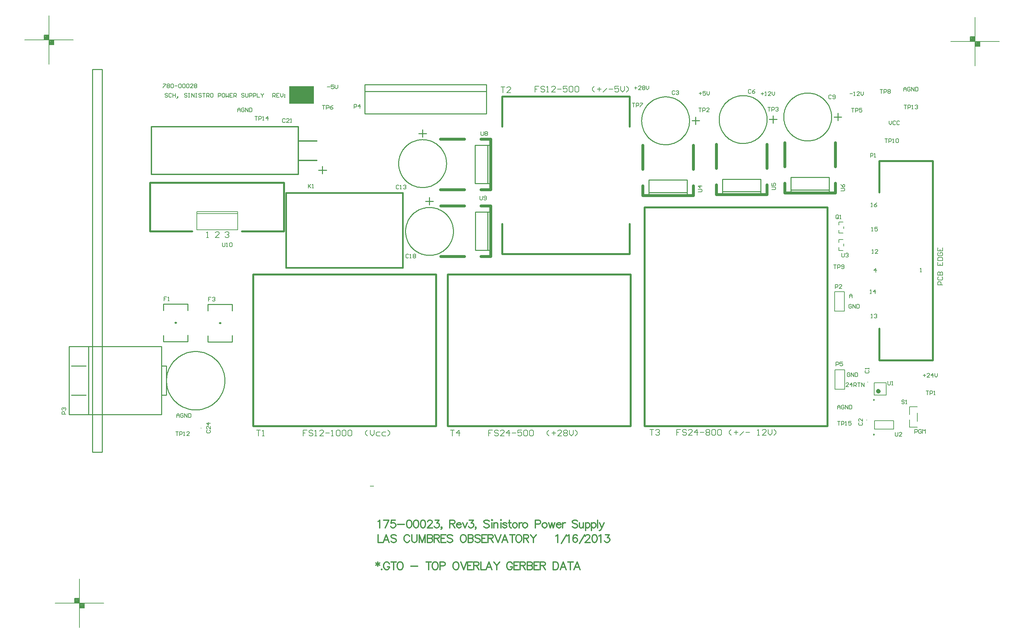
<source format=gto>
%FSLAX23Y23*%
%MOIN*%
G70*
G01*
G75*
G04 Layer_Color=65535*
%ADD10O,0.024X0.079*%
%ADD11R,0.209X0.079*%
%ADD12O,0.014X0.067*%
%ADD13R,0.059X0.039*%
%ADD14R,0.036X0.036*%
%ADD15R,0.050X0.050*%
%ADD16C,0.050*%
%ADD17C,0.007*%
%ADD18C,0.010*%
%ADD19C,0.025*%
%ADD20C,0.100*%
%ADD21C,0.020*%
%ADD22C,0.012*%
%ADD23C,0.008*%
%ADD24C,0.012*%
%ADD25C,0.012*%
%ADD26C,0.100*%
%ADD27R,0.100X0.100*%
%ADD28R,0.100X0.100*%
%ADD29C,0.020*%
%ADD30R,0.063X0.063*%
%ADD31C,0.063*%
%ADD32C,0.070*%
%ADD33C,0.079*%
%ADD34R,0.110X0.110*%
%ADD35C,0.110*%
%ADD36C,0.080*%
%ADD37C,0.065*%
%ADD38C,0.059*%
%ADD39R,0.059X0.059*%
%ADD40R,0.059X0.059*%
%ADD41C,0.120*%
%ADD42R,0.120X0.120*%
%ADD43R,0.079X0.079*%
%ADD44R,0.079X0.079*%
%ADD45C,0.157*%
%ADD46C,0.197*%
%ADD47C,0.024*%
%ADD48C,0.050*%
%ADD49C,0.040*%
%ADD50C,0.005*%
G04:AMPARAMS|DCode=51|XSize=120mil|YSize=120mil|CornerRadius=0mil|HoleSize=0mil|Usage=FLASHONLY|Rotation=0.000|XOffset=0mil|YOffset=0mil|HoleType=Round|Shape=Relief|Width=10mil|Gap=10mil|Entries=4|*
%AMTHD51*
7,0,0,0.120,0.100,0.010,45*
%
%ADD51THD51*%
%ADD52C,0.059*%
%ADD53C,0.060*%
%ADD54C,0.067*%
%ADD55C,0.091*%
%ADD56C,0.072*%
%ADD57C,0.170*%
G04:AMPARAMS|DCode=58|XSize=112mil|YSize=112mil|CornerRadius=0mil|HoleSize=0mil|Usage=FLASHONLY|Rotation=0.000|XOffset=0mil|YOffset=0mil|HoleType=Round|Shape=Relief|Width=10mil|Gap=10mil|Entries=4|*
%AMTHD58*
7,0,0,0.112,0.092,0.010,45*
%
%ADD58THD58*%
%ADD59C,0.059*%
%ADD60C,0.055*%
%ADD61C,0.090*%
G04:AMPARAMS|DCode=62|XSize=95.433mil|YSize=95.433mil|CornerRadius=0mil|HoleSize=0mil|Usage=FLASHONLY|Rotation=0.000|XOffset=0mil|YOffset=0mil|HoleType=Round|Shape=Relief|Width=10mil|Gap=10mil|Entries=4|*
%AMTHD62*
7,0,0,0.095,0.075,0.010,45*
%
%ADD62THD62*%
G04:AMPARAMS|DCode=63|XSize=107.244mil|YSize=107.244mil|CornerRadius=0mil|HoleSize=0mil|Usage=FLASHONLY|Rotation=0.000|XOffset=0mil|YOffset=0mil|HoleType=Round|Shape=Relief|Width=10mil|Gap=10mil|Entries=4|*
%AMTHD63*
7,0,0,0.107,0.087,0.010,45*
%
%ADD63THD63*%
%ADD64C,0.030*%
G04:AMPARAMS|DCode=65|XSize=100mil|YSize=100mil|CornerRadius=0mil|HoleSize=0mil|Usage=FLASHONLY|Rotation=0.000|XOffset=0mil|YOffset=0mil|HoleType=Round|Shape=Relief|Width=10mil|Gap=10mil|Entries=4|*
%AMTHD65*
7,0,0,0.100,0.080,0.010,45*
%
%ADD65THD65*%
%ADD66C,0.186*%
%ADD67C,0.125*%
%ADD68C,0.048*%
G04:AMPARAMS|DCode=69|XSize=88mil|YSize=88mil|CornerRadius=0mil|HoleSize=0mil|Usage=FLASHONLY|Rotation=0.000|XOffset=0mil|YOffset=0mil|HoleType=Round|Shape=Relief|Width=10mil|Gap=10mil|Entries=4|*
%AMTHD69*
7,0,0,0.088,0.068,0.010,45*
%
%ADD69THD69*%
G04:AMPARAMS|DCode=70|XSize=70mil|YSize=70mil|CornerRadius=0mil|HoleSize=0mil|Usage=FLASHONLY|Rotation=0.000|XOffset=0mil|YOffset=0mil|HoleType=Round|Shape=Relief|Width=10mil|Gap=10mil|Entries=4|*
%AMTHD70*
7,0,0,0.070,0.050,0.010,45*
%
%ADD70THD70*%
%ADD71C,0.008*%
G04:AMPARAMS|DCode=72|XSize=99.37mil|YSize=99.37mil|CornerRadius=0mil|HoleSize=0mil|Usage=FLASHONLY|Rotation=0.000|XOffset=0mil|YOffset=0mil|HoleType=Round|Shape=Relief|Width=10mil|Gap=10mil|Entries=4|*
%AMTHD72*
7,0,0,0.099,0.079,0.010,45*
%
%ADD72THD72*%
%ADD73R,0.075X0.037*%
%ADD74R,0.272X0.268*%
%ADD75R,0.035X0.037*%
%ADD76R,0.035X0.037*%
%ADD77R,0.102X0.094*%
%ADD78R,0.063X0.075*%
%ADD79R,0.050X0.050*%
%ADD80O,0.028X0.098*%
%ADD81R,0.036X0.032*%
%ADD82R,0.150X0.106*%
%ADD83R,0.036X0.036*%
%ADD84R,0.037X0.075*%
%ADD85R,0.268X0.272*%
%ADD86R,0.079X0.209*%
%ADD87R,0.032X0.036*%
%ADD88C,0.010*%
%ADD89C,0.020*%
%ADD90C,0.024*%
%ADD91C,0.010*%
%ADD92C,0.030*%
%ADD93C,0.015*%
%ADD94C,0.007*%
%ADD95C,0.006*%
%ADD96C,0.012*%
%ADD97C,0.006*%
%ADD98R,0.257X0.184*%
%ADD99R,0.043X0.008*%
D17*
X18360Y17783D02*
Y17750D01*
X18367Y17743D01*
X18380D01*
X18387Y17750D01*
Y17783D01*
X18400Y17743D02*
X18413D01*
X18407D01*
Y17783D01*
X18400Y17776D01*
X18433D02*
X18440Y17783D01*
X18453D01*
X18460Y17776D01*
Y17750D01*
X18453Y17743D01*
X18440D01*
X18433Y17750D01*
Y17776D01*
X21006Y18263D02*
Y18230D01*
X21013Y18223D01*
X21026D01*
X21033Y18230D01*
Y18263D01*
X21046Y18230D02*
X21053Y18223D01*
X21066D01*
X21073Y18230D01*
Y18257D01*
X21066Y18263D01*
X21053D01*
X21046Y18257D01*
Y18250D01*
X21053Y18243D01*
X21073D01*
X25274Y15833D02*
Y15800D01*
X25281Y15793D01*
X25294D01*
X25301Y15800D01*
Y15833D01*
X25341Y15793D02*
X25314D01*
X25341Y15820D01*
Y15826D01*
X25334Y15833D01*
X25321D01*
X25314Y15826D01*
X17785Y17226D02*
X17759D01*
Y17206D01*
X17772D01*
X17759D01*
Y17186D01*
X17799D02*
X17812D01*
X17805D01*
Y17226D01*
X17799Y17220D01*
X19242Y18387D02*
Y18347D01*
Y18360D01*
X19269Y18387D01*
X19249Y18367D01*
X19269Y18347D01*
X19282D02*
X19295D01*
X19289D01*
Y18387D01*
X19282Y18380D01*
X25199Y16358D02*
Y16325D01*
X25206Y16318D01*
X25219D01*
X25226Y16325D01*
Y16358D01*
X25239Y16318D02*
X25253D01*
X25246D01*
Y16358D01*
X25239Y16351D01*
X25021Y18663D02*
Y18703D01*
X25041D01*
X25047Y18696D01*
Y18683D01*
X25041Y18676D01*
X25021D01*
X25060Y18663D02*
X25074D01*
X25067D01*
Y18703D01*
X25060Y18696D01*
X25032Y17903D02*
X25045D01*
X25039D01*
Y17943D01*
X25032Y17937D01*
X25092Y17943D02*
X25065D01*
Y17923D01*
X25079Y17930D01*
X25085D01*
X25092Y17923D01*
Y17910D01*
X25085Y17903D01*
X25072D01*
X25065Y17910D01*
X25017Y17258D02*
X25030D01*
X25024D01*
Y17298D01*
X25017Y17292D01*
X25070Y17258D02*
Y17298D01*
X25050Y17278D01*
X25077D01*
X25037Y17673D02*
X25050D01*
X25044D01*
Y17713D01*
X25037Y17707D01*
X25097Y17673D02*
X25070D01*
X25097Y17700D01*
Y17707D01*
X25090Y17713D01*
X25077D01*
X25070Y17707D01*
X25077Y17478D02*
Y17518D01*
X25057Y17498D01*
X25084D01*
X25027Y18153D02*
X25040D01*
X25034D01*
Y18193D01*
X25027Y18187D01*
X25087Y18193D02*
X25074Y18187D01*
X25060Y18173D01*
Y18160D01*
X25067Y18153D01*
X25080D01*
X25087Y18160D01*
Y18167D01*
X25080Y18173D01*
X25060D01*
X25027Y17008D02*
X25040D01*
X25034D01*
Y17048D01*
X25027Y17042D01*
X25060D02*
X25067Y17048D01*
X25080D01*
X25087Y17042D01*
Y17035D01*
X25080Y17028D01*
X25074D01*
X25080D01*
X25087Y17022D01*
Y17015D01*
X25080Y17008D01*
X25067D01*
X25060Y17015D01*
X25532Y17483D02*
X25545D01*
X25539D01*
Y17523D01*
X25532Y17517D01*
X18692Y19082D02*
X18719D01*
X18705D01*
Y19042D01*
X18732D02*
Y19082D01*
X18752D01*
X18759Y19075D01*
Y19062D01*
X18752Y19055D01*
X18732D01*
X18772Y19042D02*
X18785D01*
X18779D01*
Y19082D01*
X18772Y19075D01*
X18825Y19042D02*
Y19082D01*
X18805Y19062D01*
X18832D01*
X16748Y16019D02*
X16708D01*
Y16039D01*
X16714Y16045D01*
X16728D01*
X16734Y16039D01*
Y16019D01*
X16714Y16059D02*
X16708Y16065D01*
Y16079D01*
X16714Y16085D01*
X16721D01*
X16728Y16079D01*
Y16072D01*
Y16079D01*
X16734Y16085D01*
X16741D01*
X16748Y16079D01*
Y16065D01*
X16741Y16059D01*
X24667Y16515D02*
Y16555D01*
X24687D01*
X24694Y16548D01*
Y16535D01*
X24687Y16528D01*
X24667D01*
X24734Y16555D02*
X24707D01*
Y16535D01*
X24720Y16542D01*
X24727D01*
X24734Y16535D01*
Y16522D01*
X24727Y16515D01*
X24714D01*
X24707Y16522D01*
X19712Y19165D02*
Y19205D01*
X19732D01*
X19739Y19198D01*
Y19185D01*
X19732Y19178D01*
X19712D01*
X19772Y19165D02*
Y19205D01*
X19752Y19185D01*
X19779D01*
X25369Y16157D02*
X25362Y16164D01*
X25349D01*
X25342Y16157D01*
Y16151D01*
X25349Y16144D01*
X25362D01*
X25369Y16137D01*
Y16131D01*
X25362Y16124D01*
X25349D01*
X25342Y16131D01*
X25382Y16124D02*
X25396D01*
X25389D01*
Y16164D01*
X25382Y16157D01*
X19004Y19051D02*
X18997Y19058D01*
X18984D01*
X18977Y19051D01*
Y19025D01*
X18984Y19018D01*
X18997D01*
X19004Y19025D01*
X19044Y19018D02*
X19017D01*
X19044Y19045D01*
Y19051D01*
X19037Y19058D01*
X19024D01*
X19017Y19051D01*
X19057Y19018D02*
X19070D01*
X19064D01*
Y19058D01*
X19057Y19051D01*
X24693Y18036D02*
Y18063D01*
X24687Y18069D01*
X24673D01*
X24667Y18063D01*
Y18036D01*
X24673Y18029D01*
X24687D01*
X24680Y18043D02*
X24693Y18029D01*
X24687D02*
X24693Y18036D01*
X24707Y18029D02*
X24720D01*
X24713D01*
Y18069D01*
X24707Y18063D01*
X25365Y19199D02*
X25392D01*
X25378D01*
Y19159D01*
X25405D02*
Y19199D01*
X25425D01*
X25432Y19193D01*
Y19179D01*
X25425Y19173D01*
X25405D01*
X25445Y19159D02*
X25458D01*
X25452D01*
Y19199D01*
X25445Y19193D01*
X25478D02*
X25485Y19199D01*
X25498D01*
X25505Y19193D01*
Y19186D01*
X25498Y19179D01*
X25492D01*
X25498D01*
X25505Y19173D01*
Y19166D01*
X25498Y19159D01*
X25485D01*
X25478Y19166D01*
X25119Y19360D02*
X25146D01*
X25132D01*
Y19320D01*
X25159D02*
Y19360D01*
X25179D01*
X25186Y19353D01*
Y19340D01*
X25179Y19333D01*
X25159D01*
X25199Y19353D02*
X25206Y19360D01*
X25219D01*
X25226Y19353D01*
Y19347D01*
X25219Y19340D01*
X25226Y19333D01*
Y19327D01*
X25219Y19320D01*
X25206D01*
X25199Y19327D01*
Y19333D01*
X25206Y19340D01*
X25199Y19347D01*
Y19353D01*
X25206Y19340D02*
X25219D01*
X24658Y17313D02*
Y17353D01*
X24678D01*
X24684Y17347D01*
Y17333D01*
X24678Y17327D01*
X24658D01*
X24724Y17313D02*
X24698D01*
X24724Y17340D01*
Y17347D01*
X24718Y17353D01*
X24704D01*
X24698Y17347D01*
X23010Y19340D02*
X23003Y19347D01*
X22990D01*
X22983Y19340D01*
Y19314D01*
X22990Y19307D01*
X23003D01*
X23010Y19314D01*
X23023Y19340D02*
X23030Y19347D01*
X23043D01*
X23050Y19340D01*
Y19334D01*
X23043Y19327D01*
X23036D01*
X23043D01*
X23050Y19320D01*
Y19314D01*
X23043Y19307D01*
X23030D01*
X23023Y19314D01*
X23792Y19351D02*
X23785Y19358D01*
X23772D01*
X23765Y19351D01*
Y19325D01*
X23772Y19318D01*
X23785D01*
X23792Y19325D01*
X23832Y19358D02*
X23818Y19351D01*
X23805Y19338D01*
Y19325D01*
X23812Y19318D01*
X23825D01*
X23832Y19325D01*
Y19331D01*
X23825Y19338D01*
X23805D01*
X24619Y19295D02*
X24612Y19302D01*
X24599D01*
X24592Y19295D01*
Y19269D01*
X24599Y19262D01*
X24612D01*
X24619Y19269D01*
X24632D02*
X24639Y19262D01*
X24652D01*
X24659Y19269D01*
Y19295D01*
X24652Y19302D01*
X24639D01*
X24632Y19295D01*
Y19289D01*
X24639Y19282D01*
X24659D01*
X25592Y16258D02*
X25619D01*
X25605D01*
Y16218D01*
X25632D02*
Y16258D01*
X25652D01*
X25659Y16251D01*
Y16238D01*
X25652Y16231D01*
X25632D01*
X25672Y16218D02*
X25685D01*
X25679D01*
Y16258D01*
X25672Y16251D01*
X24643Y17556D02*
X24670D01*
X24656D01*
Y17516D01*
X24683D02*
Y17556D01*
X24703D01*
X24710Y17549D01*
Y17536D01*
X24703Y17529D01*
X24683D01*
X24723Y17523D02*
X24730Y17516D01*
X24743D01*
X24750Y17523D01*
Y17549D01*
X24743Y17556D01*
X24730D01*
X24723Y17549D01*
Y17543D01*
X24730Y17536D01*
X24750D01*
X24683Y15944D02*
X24710D01*
X24696D01*
Y15904D01*
X24723D02*
Y15944D01*
X24743D01*
X24750Y15937D01*
Y15924D01*
X24743Y15917D01*
X24723D01*
X24763Y15904D02*
X24776D01*
X24770D01*
Y15944D01*
X24763Y15937D01*
X24823Y15944D02*
X24796D01*
Y15924D01*
X24810Y15931D01*
X24816D01*
X24823Y15924D01*
Y15911D01*
X24816Y15904D01*
X24803D01*
X24796Y15911D01*
X23249Y18304D02*
X23282D01*
X23289Y18311D01*
Y18324D01*
X23282Y18331D01*
X23249D01*
X23289Y18364D02*
X23249D01*
X23269Y18344D01*
Y18371D01*
X24007Y18330D02*
X24040D01*
X24047Y18337D01*
Y18350D01*
X24040Y18357D01*
X24007D01*
Y18397D02*
Y18370D01*
X24027D01*
X24021Y18383D01*
Y18390D01*
X24027Y18397D01*
X24040D01*
X24047Y18390D01*
Y18377D01*
X24040Y18370D01*
X24717Y18315D02*
X24750D01*
X24757Y18322D01*
Y18335D01*
X24750Y18342D01*
X24717D01*
Y18382D02*
X24724Y18368D01*
X24737Y18355D01*
X24750D01*
X24757Y18362D01*
Y18375D01*
X24750Y18382D01*
X24744D01*
X24737Y18375D01*
Y18355D01*
X18243Y17222D02*
X18216D01*
Y17202D01*
X18229D01*
X18216D01*
Y17182D01*
X18256Y17216D02*
X18263Y17222D01*
X18276D01*
X18283Y17216D01*
Y17209D01*
X18276Y17202D01*
X18269D01*
X18276D01*
X18283Y17196D01*
Y17189D01*
X18276Y17182D01*
X18263D01*
X18256Y17189D01*
X18201Y15854D02*
X18194Y15847D01*
Y15834D01*
X18201Y15827D01*
X18227D01*
X18234Y15834D01*
Y15847D01*
X18227Y15854D01*
X18234Y15894D02*
Y15867D01*
X18208Y15894D01*
X18201D01*
X18194Y15887D01*
Y15874D01*
X18201Y15867D01*
X18234Y15927D02*
X18194D01*
X18214Y15907D01*
Y15934D01*
X24971Y16469D02*
X24964Y16462D01*
Y16449D01*
X24971Y16442D01*
X24998D01*
X25004Y16449D01*
Y16462D01*
X24998Y16469D01*
X25004Y16482D02*
Y16495D01*
Y16489D01*
X24964D01*
X24971Y16482D01*
X24905Y15932D02*
X24898Y15925D01*
Y15912D01*
X24905Y15905D01*
X24932D01*
X24938Y15912D01*
Y15925D01*
X24932Y15932D01*
X24938Y15972D02*
Y15945D01*
X24912Y15972D01*
X24905D01*
X24898Y15965D01*
Y15952D01*
X24905Y15945D01*
X24725Y17674D02*
Y17640D01*
X24732Y17634D01*
X24745D01*
X24752Y17640D01*
Y17674D01*
X24765Y17667D02*
X24772Y17674D01*
X24785D01*
X24792Y17667D01*
Y17660D01*
X24785Y17654D01*
X24778D01*
X24785D01*
X24792Y17647D01*
Y17640D01*
X24785Y17634D01*
X24772D01*
X24765Y17640D01*
X20173Y18369D02*
X20166Y18376D01*
X20153D01*
X20146Y18369D01*
Y18343D01*
X20153Y18336D01*
X20166D01*
X20173Y18343D01*
X20186Y18336D02*
X20199D01*
X20193D01*
Y18376D01*
X20186Y18369D01*
X20219D02*
X20226Y18376D01*
X20239D01*
X20246Y18369D01*
Y18363D01*
X20239Y18356D01*
X20233D01*
X20239D01*
X20246Y18349D01*
Y18343D01*
X20239Y18336D01*
X20226D01*
X20219Y18343D01*
X20273Y17659D02*
X20267Y17665D01*
X20253D01*
X20247Y17659D01*
Y17632D01*
X20253Y17625D01*
X20267D01*
X20273Y17632D01*
X20287Y17625D02*
X20300D01*
X20293D01*
Y17665D01*
X20287Y17659D01*
X20320D02*
X20327Y17665D01*
X20340D01*
X20347Y17659D01*
Y17652D01*
X20340Y17645D01*
X20347Y17639D01*
Y17632D01*
X20340Y17625D01*
X20327D01*
X20320Y17632D01*
Y17639D01*
X20327Y17645D01*
X20320Y17652D01*
Y17659D01*
X20327Y17645D02*
X20340D01*
X23255Y19169D02*
X23282D01*
X23268D01*
Y19129D01*
X23295D02*
Y19169D01*
X23315D01*
X23322Y19162D01*
Y19149D01*
X23315Y19142D01*
X23295D01*
X23362Y19129D02*
X23335D01*
X23362Y19156D01*
Y19162D01*
X23355Y19169D01*
X23342D01*
X23335Y19162D01*
X23966Y19175D02*
X23993D01*
X23979D01*
Y19135D01*
X24006D02*
Y19175D01*
X24026D01*
X24033Y19168D01*
Y19155D01*
X24026Y19148D01*
X24006D01*
X24046Y19168D02*
X24053Y19175D01*
X24066D01*
X24073Y19168D01*
Y19161D01*
X24066Y19155D01*
X24059D01*
X24066D01*
X24073Y19148D01*
Y19141D01*
X24066Y19135D01*
X24053D01*
X24046Y19141D01*
X24825Y19165D02*
X24852D01*
X24838D01*
Y19125D01*
X24865D02*
Y19165D01*
X24885D01*
X24892Y19158D01*
Y19145D01*
X24885Y19138D01*
X24865D01*
X24932Y19165D02*
X24905D01*
Y19145D01*
X24918Y19152D01*
X24925D01*
X24932Y19145D01*
Y19132D01*
X24925Y19125D01*
X24912D01*
X24905Y19132D01*
X19387Y19196D02*
X19414D01*
X19400D01*
Y19156D01*
X19427D02*
Y19196D01*
X19447D01*
X19454Y19189D01*
Y19176D01*
X19447Y19169D01*
X19427D01*
X19494Y19196D02*
X19480Y19189D01*
X19467Y19176D01*
Y19162D01*
X19474Y19156D01*
X19487D01*
X19494Y19162D01*
Y19169D01*
X19487Y19176D01*
X19467D01*
X22572Y19218D02*
X22599D01*
X22585D01*
Y19178D01*
X22612D02*
Y19218D01*
X22632D01*
X22639Y19211D01*
Y19198D01*
X22632Y19191D01*
X22612D01*
X22652Y19218D02*
X22679D01*
Y19211D01*
X22652Y19185D01*
Y19178D01*
X25170Y18853D02*
X25197D01*
X25183D01*
Y18813D01*
X25210D02*
Y18853D01*
X25230D01*
X25237Y18846D01*
Y18833D01*
X25230Y18826D01*
X25210D01*
X25250Y18813D02*
X25263D01*
X25257D01*
Y18853D01*
X25250Y18846D01*
X25283D02*
X25290Y18853D01*
X25303D01*
X25310Y18846D01*
Y18820D01*
X25303Y18813D01*
X25290D01*
X25283Y18820D01*
Y18846D01*
X17879Y15839D02*
X17906D01*
X17892D01*
Y15799D01*
X17919D02*
Y15839D01*
X17939D01*
X17946Y15832D01*
Y15819D01*
X17939Y15812D01*
X17919D01*
X17959Y15799D02*
X17972D01*
X17966D01*
Y15839D01*
X17959Y15832D01*
X18019Y15799D02*
X17992D01*
X18019Y15826D01*
Y15832D01*
X18012Y15839D01*
X17999D01*
X17992Y15832D01*
X21017Y18926D02*
Y18893D01*
X21024Y18886D01*
X21037D01*
X21044Y18893D01*
Y18926D01*
X21057Y18919D02*
X21064Y18926D01*
X21077D01*
X21084Y18919D01*
Y18913D01*
X21077Y18906D01*
X21084Y18899D01*
Y18893D01*
X21077Y18886D01*
X21064D01*
X21057Y18893D01*
Y18899D01*
X21064Y18906D01*
X21057Y18913D01*
Y18919D01*
X21064Y18906D02*
X21077D01*
X17796Y19312D02*
X17789Y19319D01*
X17776D01*
X17769Y19312D01*
Y19306D01*
X17776Y19299D01*
X17789D01*
X17796Y19292D01*
Y19286D01*
X17789Y19279D01*
X17776D01*
X17769Y19286D01*
X17836Y19312D02*
X17829Y19319D01*
X17816D01*
X17809Y19312D01*
Y19286D01*
X17816Y19279D01*
X17829D01*
X17836Y19286D01*
X17849Y19319D02*
Y19279D01*
Y19299D01*
X17876D01*
Y19319D01*
Y19279D01*
X17896Y19272D02*
X17902Y19279D01*
Y19286D01*
X17896D01*
Y19279D01*
X17902D01*
X17896Y19272D01*
X17889Y19266D01*
X17996Y19312D02*
X17989Y19319D01*
X17976D01*
X17969Y19312D01*
Y19306D01*
X17976Y19299D01*
X17989D01*
X17996Y19292D01*
Y19286D01*
X17989Y19279D01*
X17976D01*
X17969Y19286D01*
X18009Y19319D02*
X18022D01*
X18016D01*
Y19279D01*
X18009D01*
X18022D01*
X18042D02*
Y19319D01*
X18069Y19279D01*
Y19319D01*
X18082D02*
X18096D01*
X18089D01*
Y19279D01*
X18082D01*
X18096D01*
X18142Y19312D02*
X18136Y19319D01*
X18122D01*
X18116Y19312D01*
Y19306D01*
X18122Y19299D01*
X18136D01*
X18142Y19292D01*
Y19286D01*
X18136Y19279D01*
X18122D01*
X18116Y19286D01*
X18156Y19319D02*
X18182D01*
X18169D01*
Y19279D01*
X18196D02*
Y19319D01*
X18216D01*
X18222Y19312D01*
Y19299D01*
X18216Y19292D01*
X18196D01*
X18209D02*
X18222Y19279D01*
X18255Y19319D02*
X18242D01*
X18236Y19312D01*
Y19286D01*
X18242Y19279D01*
X18255D01*
X18262Y19286D01*
Y19312D01*
X18255Y19319D01*
X18315Y19279D02*
Y19319D01*
X18335D01*
X18342Y19312D01*
Y19299D01*
X18335Y19292D01*
X18315D01*
X18375Y19319D02*
X18362D01*
X18355Y19312D01*
Y19286D01*
X18362Y19279D01*
X18375D01*
X18382Y19286D01*
Y19312D01*
X18375Y19319D01*
X18395D02*
Y19279D01*
X18409Y19292D01*
X18422Y19279D01*
Y19319D01*
X18462D02*
X18435D01*
Y19279D01*
X18462D01*
X18435Y19299D02*
X18449D01*
X18475Y19279D02*
Y19319D01*
X18495D01*
X18502Y19312D01*
Y19299D01*
X18495Y19292D01*
X18475D01*
X18489D02*
X18502Y19279D01*
X18582Y19312D02*
X18575Y19319D01*
X18562D01*
X18555Y19312D01*
Y19306D01*
X18562Y19299D01*
X18575D01*
X18582Y19292D01*
Y19286D01*
X18575Y19279D01*
X18562D01*
X18555Y19286D01*
X18595Y19319D02*
Y19286D01*
X18602Y19279D01*
X18615D01*
X18622Y19286D01*
Y19319D01*
X18635Y19279D02*
Y19319D01*
X18655D01*
X18662Y19312D01*
Y19299D01*
X18655Y19292D01*
X18635D01*
X18675Y19279D02*
Y19319D01*
X18695D01*
X18702Y19312D01*
Y19299D01*
X18695Y19292D01*
X18675D01*
X18715Y19319D02*
Y19279D01*
X18742D01*
X18755Y19319D02*
Y19312D01*
X18769Y19299D01*
X18782Y19312D01*
Y19319D01*
X18769Y19299D02*
Y19279D01*
X18875D02*
Y19319D01*
X18895D01*
X18902Y19312D01*
Y19299D01*
X18895Y19292D01*
X18875D01*
X18889D02*
X18902Y19279D01*
X18942Y19319D02*
X18915D01*
Y19279D01*
X18942D01*
X18915Y19299D02*
X18929D01*
X18955Y19319D02*
Y19292D01*
X18969Y19279D01*
X18982Y19292D01*
Y19319D01*
X18995Y19306D02*
X19002D01*
Y19299D01*
X18995D01*
Y19306D01*
Y19286D02*
X19002D01*
Y19279D01*
X18995D01*
Y19286D01*
X17750Y19414D02*
X17777D01*
Y19408D01*
X17750Y19381D01*
Y19374D01*
X17790Y19408D02*
X17797Y19414D01*
X17810D01*
X17817Y19408D01*
Y19401D01*
X17810Y19394D01*
X17817Y19388D01*
Y19381D01*
X17810Y19374D01*
X17797D01*
X17790Y19381D01*
Y19388D01*
X17797Y19394D01*
X17790Y19401D01*
Y19408D01*
X17797Y19394D02*
X17810D01*
X17830Y19408D02*
X17837Y19414D01*
X17850D01*
X17857Y19408D01*
Y19381D01*
X17850Y19374D01*
X17837D01*
X17830Y19381D01*
Y19408D01*
X17870Y19394D02*
X17897D01*
X17910Y19408D02*
X17917Y19414D01*
X17930D01*
X17937Y19408D01*
Y19381D01*
X17930Y19374D01*
X17917D01*
X17910Y19381D01*
Y19408D01*
X17950D02*
X17957Y19414D01*
X17970D01*
X17977Y19408D01*
Y19381D01*
X17970Y19374D01*
X17957D01*
X17950Y19381D01*
Y19408D01*
X17990D02*
X17997Y19414D01*
X18010D01*
X18017Y19408D01*
Y19381D01*
X18010Y19374D01*
X17997D01*
X17990Y19381D01*
Y19408D01*
X18057Y19374D02*
X18030D01*
X18057Y19401D01*
Y19408D01*
X18050Y19414D01*
X18037D01*
X18030Y19408D01*
X18070D02*
X18077Y19414D01*
X18090D01*
X18097Y19408D01*
Y19401D01*
X18090Y19394D01*
X18097Y19388D01*
Y19381D01*
X18090Y19374D01*
X18077D01*
X18070Y19381D01*
Y19388D01*
X18077Y19394D01*
X18070Y19401D01*
Y19408D01*
X18077Y19394D02*
X18090D01*
X25477Y15823D02*
Y15863D01*
X25497D01*
X25504Y15856D01*
Y15843D01*
X25497Y15836D01*
X25477D01*
X25544Y15856D02*
X25537Y15863D01*
X25524D01*
X25517Y15856D01*
Y15829D01*
X25524Y15823D01*
X25537D01*
X25544Y15829D01*
Y15843D01*
X25531D01*
X25557Y15823D02*
Y15863D01*
X25571Y15849D01*
X25584Y15863D01*
Y15823D01*
D18*
X18382Y16364D02*
X18382Y16374D01*
X18381Y16384D01*
X18381Y16394D01*
X18379Y16404D01*
X18378Y16414D01*
X18376Y16424D01*
X18374Y16434D01*
X18371Y16444D01*
X18369Y16453D01*
X18365Y16463D01*
X18362Y16472D01*
X18358Y16481D01*
X18354Y16491D01*
X18350Y16500D01*
X18345Y16508D01*
X18340Y16517D01*
X18335Y16526D01*
X18329Y16534D01*
X18324Y16542D01*
X18318Y16550D01*
X18311Y16558D01*
X18305Y16565D01*
X18298Y16573D01*
X18291Y16580D01*
X18283Y16587D01*
X18276Y16593D01*
X18268Y16600D01*
X18260Y16606D01*
X18252Y16612D01*
X18244Y16617D01*
X18235Y16622D01*
X18226Y16627D01*
X18217Y16632D01*
X18208Y16636D01*
X18199Y16640D01*
X18190Y16644D01*
X18180Y16648D01*
X18171Y16651D01*
X18161Y16654D01*
X18152Y16656D01*
X18142Y16658D01*
X18132Y16660D01*
X18122Y16662D01*
X18112Y16663D01*
X18102Y16664D01*
X18092Y16664D01*
X18082Y16664D01*
X18072Y16664D01*
X18062Y16664D01*
X18052Y16663D01*
X18042Y16662D01*
X18032Y16660D01*
X18022Y16658D01*
X18013Y16656D01*
X18003Y16654D01*
X17993Y16651D01*
X17984Y16648D01*
X17974Y16644D01*
X17965Y16640D01*
X17956Y16636D01*
X17947Y16632D01*
X17938Y16627D01*
X17929Y16622D01*
X17921Y16617D01*
X17912Y16612D01*
X17904Y16606D01*
X17896Y16600D01*
X17888Y16593D01*
X17881Y16587D01*
X17874Y16580D01*
X17866Y16573D01*
X17860Y16565D01*
X17853Y16558D01*
X17847Y16550D01*
X17841Y16542D01*
X17835Y16534D01*
X17829Y16526D01*
X17824Y16517D01*
X17819Y16508D01*
X17814Y16500D01*
X17810Y16491D01*
X17806Y16481D01*
X17802Y16472D01*
X17799Y16463D01*
X17796Y16453D01*
X17793Y16444D01*
X17790Y16434D01*
X17788Y16424D01*
X17786Y16414D01*
X17785Y16404D01*
X17784Y16394D01*
X17783Y16384D01*
X17782Y16374D01*
X17782Y16364D01*
X17782Y16354D01*
X17783Y16344D01*
X17784Y16334D01*
X17785Y16324D01*
X17786Y16314D01*
X17788Y16304D01*
X17790Y16295D01*
X17793Y16285D01*
X17796Y16275D01*
X17799Y16266D01*
X17802Y16256D01*
X17806Y16247D01*
X17810Y16238D01*
X17814Y16229D01*
X17819Y16220D01*
X17824Y16211D01*
X17829Y16203D01*
X17835Y16194D01*
X17841Y16186D01*
X17847Y16178D01*
X17853Y16171D01*
X17860Y16163D01*
X17866Y16156D01*
X17874Y16149D01*
X17881Y16142D01*
X17888Y16135D01*
X17896Y16129D01*
X17904Y16123D01*
X17912Y16117D01*
X17921Y16111D01*
X17929Y16106D01*
X17938Y16101D01*
X17947Y16096D01*
X17956Y16092D01*
X17965Y16088D01*
X17974Y16084D01*
X17984Y16081D01*
X17993Y16078D01*
X18003Y16075D01*
X18013Y16072D01*
X18022Y16070D01*
X18032Y16068D01*
X18042Y16067D01*
X18052Y16066D01*
X18062Y16065D01*
X18072Y16064D01*
X18082Y16064D01*
X18092Y16064D01*
X18102Y16065D01*
X18112Y16066D01*
X18122Y16067D01*
X18132Y16068D01*
X18142Y16070D01*
X18152Y16072D01*
X18161Y16075D01*
X18171Y16078D01*
X18180Y16081D01*
X18190Y16084D01*
X18199Y16088D01*
X18208Y16092D01*
X18217Y16096D01*
X18226Y16101D01*
X18235Y16106D01*
X18244Y16111D01*
X18252Y16117D01*
X18260Y16123D01*
X18268Y16129D01*
X18276Y16135D01*
X18283Y16142D01*
X18291Y16149D01*
X18298Y16156D01*
X18305Y16163D01*
X18311Y16171D01*
X18318Y16178D01*
X18324Y16186D01*
X18329Y16194D01*
X18335Y16203D01*
X18340Y16211D01*
X18345Y16220D01*
X18350Y16229D01*
X18354Y16238D01*
X18358Y16247D01*
X18362Y16256D01*
X18365Y16266D01*
X18369Y16275D01*
X18371Y16285D01*
X18374Y16295D01*
X18376Y16304D01*
X18378Y16314D01*
X18379Y16324D01*
X18381Y16334D01*
X18381Y16344D01*
X18382Y16354D01*
X18382Y16364D01*
X23159Y19038D02*
X23159Y19048D01*
X23158Y19058D01*
X23157Y19068D01*
X23156Y19078D01*
X23154Y19087D01*
X23152Y19097D01*
X23149Y19107D01*
X23146Y19116D01*
X23143Y19126D01*
X23139Y19135D01*
X23135Y19144D01*
X23131Y19153D01*
X23126Y19162D01*
X23121Y19170D01*
X23115Y19178D01*
X23109Y19187D01*
X23103Y19194D01*
X23097Y19202D01*
X23090Y19209D01*
X23083Y19216D01*
X23075Y19223D01*
X23068Y19229D01*
X23060Y19236D01*
X23052Y19241D01*
X23043Y19247D01*
X23035Y19252D01*
X23026Y19257D01*
X23017Y19261D01*
X23008Y19265D01*
X22999Y19269D01*
X22989Y19272D01*
X22980Y19275D01*
X22970Y19277D01*
X22960Y19279D01*
X22950Y19281D01*
X22941Y19282D01*
X22931Y19283D01*
X22921Y19284D01*
X22911Y19284D01*
X22901Y19284D01*
X22891Y19283D01*
X22881Y19282D01*
X22871Y19280D01*
X22861Y19278D01*
X22851Y19276D01*
X22842Y19273D01*
X22832Y19270D01*
X22823Y19267D01*
X22814Y19263D01*
X22805Y19259D01*
X22796Y19254D01*
X22787Y19249D01*
X22779Y19244D01*
X22771Y19238D01*
X22763Y19233D01*
X22755Y19226D01*
X22747Y19220D01*
X22740Y19213D01*
X22733Y19206D01*
X22726Y19198D01*
X22720Y19191D01*
X22714Y19183D01*
X22708Y19174D01*
X22703Y19166D01*
X22698Y19157D01*
X22693Y19149D01*
X22689Y19140D01*
X22685Y19130D01*
X22682Y19121D01*
X22678Y19112D01*
X22676Y19102D01*
X22673Y19092D01*
X22671Y19083D01*
X22670Y19073D01*
X22668Y19063D01*
X22668Y19053D01*
X22667Y19043D01*
Y19033D01*
X22668Y19023D01*
X22668Y19013D01*
X22670Y19003D01*
X22671Y18993D01*
X22673Y18984D01*
X22676Y18974D01*
X22678Y18964D01*
X22682Y18955D01*
X22685Y18945D01*
X22689Y18936D01*
X22693Y18927D01*
X22698Y18919D01*
X22703Y18910D01*
X22708Y18901D01*
X22714Y18893D01*
X22720Y18885D01*
X22726Y18878D01*
X22733Y18870D01*
X22740Y18863D01*
X22747Y18856D01*
X22755Y18850D01*
X22763Y18843D01*
X22771Y18837D01*
X22779Y18832D01*
X22787Y18827D01*
X22796Y18822D01*
X22805Y18817D01*
X22814Y18813D01*
X22823Y18809D01*
X22832Y18805D01*
X22842Y18802D01*
X22851Y18800D01*
X22861Y18797D01*
X22871Y18796D01*
X22881Y18794D01*
X22891Y18793D01*
X22901Y18792D01*
X22911Y18792D01*
X22921Y18792D01*
X22931Y18792D01*
X22941Y18793D01*
X22950Y18795D01*
X22960Y18796D01*
X22970Y18799D01*
X22980Y18801D01*
X22989Y18804D01*
X22999Y18807D01*
X23008Y18811D01*
X23017Y18815D01*
X23026Y18819D01*
X23035Y18824D01*
X23043Y18829D01*
X23052Y18835D01*
X23060Y18840D01*
X23068Y18846D01*
X23075Y18853D01*
X23083Y18860D01*
X23090Y18867D01*
X23097Y18874D01*
X23103Y18881D01*
X23109Y18889D01*
X23115Y18897D01*
X23121Y18906D01*
X23126Y18914D01*
X23131Y18923D01*
X23135Y18932D01*
X23139Y18941D01*
X23143Y18950D01*
X23146Y18960D01*
X23149Y18969D01*
X23152Y18979D01*
X23154Y18988D01*
X23156Y18998D01*
X23157Y19008D01*
X23158Y19018D01*
X23159Y19028D01*
X23159Y19038D01*
X23956Y19051D02*
X23956Y19061D01*
X23955Y19071D01*
X23954Y19081D01*
X23953Y19091D01*
X23951Y19100D01*
X23949Y19110D01*
X23946Y19120D01*
X23943Y19129D01*
X23940Y19139D01*
X23936Y19148D01*
X23932Y19157D01*
X23927Y19166D01*
X23922Y19175D01*
X23917Y19183D01*
X23912Y19191D01*
X23906Y19200D01*
X23900Y19207D01*
X23893Y19215D01*
X23886Y19222D01*
X23879Y19229D01*
X23872Y19236D01*
X23864Y19242D01*
X23856Y19249D01*
X23848Y19254D01*
X23840Y19260D01*
X23831Y19265D01*
X23823Y19270D01*
X23814Y19274D01*
X23804Y19278D01*
X23795Y19282D01*
X23786Y19285D01*
X23776Y19288D01*
X23767Y19290D01*
X23757Y19292D01*
X23747Y19294D01*
X23737Y19295D01*
X23727Y19296D01*
X23717Y19297D01*
X23707Y19297D01*
X23697Y19297D01*
X23687Y19296D01*
X23677Y19295D01*
X23668Y19293D01*
X23658Y19291D01*
X23648Y19289D01*
X23638Y19286D01*
X23629Y19283D01*
X23620Y19280D01*
X23610Y19276D01*
X23601Y19272D01*
X23593Y19267D01*
X23584Y19262D01*
X23575Y19257D01*
X23567Y19251D01*
X23559Y19246D01*
X23551Y19239D01*
X23544Y19233D01*
X23537Y19226D01*
X23530Y19219D01*
X23523Y19211D01*
X23517Y19204D01*
X23511Y19196D01*
X23505Y19187D01*
X23500Y19179D01*
X23495Y19170D01*
X23490Y19162D01*
X23486Y19153D01*
X23482Y19143D01*
X23478Y19134D01*
X23475Y19125D01*
X23472Y19115D01*
X23470Y19105D01*
X23468Y19096D01*
X23466Y19086D01*
X23465Y19076D01*
X23464Y19066D01*
X23464Y19056D01*
Y19046D01*
X23464Y19036D01*
X23465Y19026D01*
X23466Y19016D01*
X23468Y19006D01*
X23470Y18997D01*
X23472Y18987D01*
X23475Y18977D01*
X23478Y18968D01*
X23482Y18958D01*
X23486Y18949D01*
X23490Y18940D01*
X23495Y18932D01*
X23500Y18923D01*
X23505Y18914D01*
X23511Y18906D01*
X23517Y18898D01*
X23523Y18891D01*
X23530Y18883D01*
X23537Y18876D01*
X23544Y18869D01*
X23551Y18863D01*
X23559Y18856D01*
X23567Y18850D01*
X23575Y18845D01*
X23584Y18840D01*
X23593Y18835D01*
X23601Y18830D01*
X23610Y18826D01*
X23620Y18822D01*
X23629Y18818D01*
X23638Y18815D01*
X23648Y18813D01*
X23658Y18810D01*
X23668Y18809D01*
X23677Y18807D01*
X23687Y18806D01*
X23697Y18805D01*
X23707Y18805D01*
X23717Y18805D01*
X23727Y18805D01*
X23737Y18806D01*
X23747Y18808D01*
X23757Y18809D01*
X23767Y18812D01*
X23776Y18814D01*
X23786Y18817D01*
X23795Y18820D01*
X23804Y18824D01*
X23814Y18828D01*
X23823Y18832D01*
X23831Y18837D01*
X23840Y18842D01*
X23848Y18848D01*
X23856Y18853D01*
X23864Y18859D01*
X23872Y18866D01*
X23879Y18873D01*
X23886Y18880D01*
X23893Y18887D01*
X23900Y18894D01*
X23906Y18902D01*
X23912Y18910D01*
X23917Y18919D01*
X23922Y18927D01*
X23927Y18936D01*
X23932Y18945D01*
X23936Y18954D01*
X23940Y18963D01*
X23943Y18973D01*
X23946Y18982D01*
X23949Y18992D01*
X23951Y19001D01*
X23953Y19011D01*
X23954Y19021D01*
X23955Y19031D01*
X23956Y19041D01*
X23956Y19051D01*
X24620Y19077D02*
X24619Y19087D01*
X24619Y19097D01*
X24618Y19107D01*
X24616Y19117D01*
X24615Y19126D01*
X24612Y19136D01*
X24610Y19146D01*
X24607Y19155D01*
X24603Y19165D01*
X24600Y19174D01*
X24596Y19183D01*
X24591Y19192D01*
X24586Y19201D01*
X24581Y19209D01*
X24576Y19217D01*
X24570Y19226D01*
X24563Y19233D01*
X24557Y19241D01*
X24550Y19248D01*
X24543Y19255D01*
X24536Y19262D01*
X24528Y19268D01*
X24520Y19275D01*
X24512Y19280D01*
X24504Y19286D01*
X24495Y19291D01*
X24486Y19296D01*
X24477Y19300D01*
X24468Y19304D01*
X24459Y19308D01*
X24450Y19311D01*
X24440Y19314D01*
X24430Y19316D01*
X24421Y19318D01*
X24411Y19320D01*
X24401Y19321D01*
X24391Y19322D01*
X24381Y19323D01*
X24371Y19323D01*
X24361Y19323D01*
X24351Y19322D01*
X24341Y19321D01*
X24331Y19319D01*
X24322Y19317D01*
X24312Y19315D01*
X24302Y19312D01*
X24293Y19309D01*
X24283Y19306D01*
X24274Y19302D01*
X24265Y19298D01*
X24256Y19293D01*
X24248Y19288D01*
X24239Y19283D01*
X24231Y19277D01*
X24223Y19272D01*
X24215Y19265D01*
X24208Y19259D01*
X24200Y19252D01*
X24194Y19245D01*
X24187Y19237D01*
X24181Y19230D01*
X24175Y19222D01*
X24169Y19213D01*
X24163Y19205D01*
X24158Y19196D01*
X24154Y19188D01*
X24149Y19179D01*
X24146Y19169D01*
X24142Y19160D01*
X24139Y19151D01*
X24136Y19141D01*
X24134Y19131D01*
X24132Y19122D01*
X24130Y19112D01*
X24129Y19102D01*
X24128Y19092D01*
X24128Y19082D01*
Y19072D01*
X24128Y19062D01*
X24129Y19052D01*
X24130Y19042D01*
X24132Y19032D01*
X24134Y19023D01*
X24136Y19013D01*
X24139Y19003D01*
X24142Y18994D01*
X24146Y18984D01*
X24149Y18975D01*
X24154Y18966D01*
X24158Y18958D01*
X24163Y18949D01*
X24169Y18940D01*
X24175Y18932D01*
X24181Y18924D01*
X24187Y18917D01*
X24194Y18909D01*
X24200Y18902D01*
X24208Y18895D01*
X24215Y18889D01*
X24223Y18882D01*
X24231Y18876D01*
X24239Y18871D01*
X24248Y18866D01*
X24256Y18861D01*
X24265Y18856D01*
X24274Y18852D01*
X24283Y18848D01*
X24293Y18844D01*
X24302Y18841D01*
X24312Y18839D01*
X24322Y18836D01*
X24331Y18835D01*
X24341Y18833D01*
X24351Y18832D01*
X24361Y18831D01*
X24371Y18831D01*
X24381Y18831D01*
X24391Y18831D01*
X24401Y18832D01*
X24411Y18834D01*
X24421Y18835D01*
X24430Y18838D01*
X24440Y18840D01*
X24450Y18843D01*
X24459Y18846D01*
X24468Y18850D01*
X24477Y18854D01*
X24486Y18858D01*
X24495Y18863D01*
X24504Y18868D01*
X24512Y18874D01*
X24520Y18879D01*
X24528Y18885D01*
X24536Y18892D01*
X24543Y18899D01*
X24550Y18906D01*
X24557Y18913D01*
X24563Y18920D01*
X24570Y18928D01*
X24576Y18936D01*
X24581Y18945D01*
X24586Y18953D01*
X24591Y18962D01*
X24596Y18971D01*
X24600Y18980D01*
X24603Y18989D01*
X24607Y18999D01*
X24610Y19008D01*
X24612Y19018D01*
X24615Y19027D01*
X24616Y19037D01*
X24618Y19047D01*
X24619Y19057D01*
X24619Y19067D01*
X24620Y19077D01*
X20661Y18597D02*
X20661Y18607D01*
X20660Y18617D01*
X20659Y18627D01*
X20658Y18637D01*
X20656Y18647D01*
X20654Y18657D01*
X20651Y18666D01*
X20648Y18676D01*
X20645Y18685D01*
X20641Y18695D01*
X20637Y18704D01*
X20633Y18713D01*
X20628Y18721D01*
X20623Y18730D01*
X20617Y18738D01*
X20611Y18746D01*
X20605Y18754D01*
X20599Y18762D01*
X20592Y18769D01*
X20585Y18776D01*
X20577Y18783D01*
X20570Y18789D01*
X20562Y18795D01*
X20554Y18801D01*
X20545Y18806D01*
X20537Y18811D01*
X20528Y18816D01*
X20519Y18821D01*
X20510Y18825D01*
X20501Y18828D01*
X20491Y18832D01*
X20482Y18834D01*
X20472Y18837D01*
X20462Y18839D01*
X20452Y18841D01*
X20443Y18842D01*
X20433Y18843D01*
X20423Y18843D01*
X20413Y18844D01*
X20403Y18843D01*
X20393Y18843D01*
X20383Y18841D01*
X20373Y18840D01*
X20363Y18838D01*
X20353Y18836D01*
X20344Y18833D01*
X20334Y18830D01*
X20325Y18826D01*
X20316Y18823D01*
X20307Y18818D01*
X20298Y18814D01*
X20289Y18809D01*
X20281Y18804D01*
X20273Y18798D01*
X20265Y18792D01*
X20257Y18786D01*
X20249Y18779D01*
X20242Y18772D01*
X20235Y18765D01*
X20228Y18758D01*
X20222Y18750D01*
X20216Y18742D01*
X20210Y18734D01*
X20205Y18726D01*
X20200Y18717D01*
X20195Y18708D01*
X20191Y18699D01*
X20187Y18690D01*
X20184Y18681D01*
X20180Y18671D01*
X20178Y18662D01*
X20175Y18652D01*
X20173Y18642D01*
X20172Y18632D01*
X20170Y18622D01*
X20170Y18612D01*
X20169Y18602D01*
Y18593D01*
X20170Y18583D01*
X20170Y18573D01*
X20172Y18563D01*
X20173Y18553D01*
X20175Y18543D01*
X20178Y18533D01*
X20180Y18524D01*
X20184Y18514D01*
X20187Y18505D01*
X20191Y18496D01*
X20195Y18487D01*
X20200Y18478D01*
X20205Y18469D01*
X20210Y18461D01*
X20216Y18453D01*
X20222Y18445D01*
X20228Y18437D01*
X20235Y18430D01*
X20242Y18423D01*
X20249Y18416D01*
X20257Y18409D01*
X20265Y18403D01*
X20273Y18397D01*
X20281Y18391D01*
X20289Y18386D01*
X20298Y18381D01*
X20307Y18377D01*
X20316Y18372D01*
X20325Y18369D01*
X20334Y18365D01*
X20344Y18362D01*
X20353Y18359D01*
X20363Y18357D01*
X20373Y18355D01*
X20383Y18354D01*
X20393Y18352D01*
X20403Y18352D01*
X20413Y18351D01*
X20423Y18352D01*
X20433Y18352D01*
X20443Y18353D01*
X20452Y18354D01*
X20462Y18356D01*
X20472Y18358D01*
X20482Y18361D01*
X20491Y18363D01*
X20501Y18367D01*
X20510Y18370D01*
X20519Y18374D01*
X20528Y18379D01*
X20537Y18384D01*
X20545Y18389D01*
X20554Y18394D01*
X20562Y18400D01*
X20570Y18406D01*
X20577Y18412D01*
X20585Y18419D01*
X20592Y18426D01*
X20599Y18433D01*
X20605Y18441D01*
X20611Y18449D01*
X20617Y18457D01*
X20623Y18465D01*
X20628Y18474D01*
X20633Y18482D01*
X20637Y18491D01*
X20641Y18500D01*
X20645Y18510D01*
X20648Y18519D01*
X20651Y18529D01*
X20654Y18538D01*
X20656Y18548D01*
X20658Y18558D01*
X20659Y18568D01*
X20660Y18578D01*
X20661Y18588D01*
X20661Y18597D01*
X20732Y17900D02*
X20731Y17910D01*
X20731Y17920D01*
X20730Y17930D01*
X20728Y17940D01*
X20727Y17949D01*
X20724Y17959D01*
X20722Y17969D01*
X20719Y17978D01*
X20715Y17988D01*
X20712Y17997D01*
X20708Y18006D01*
X20703Y18015D01*
X20698Y18024D01*
X20693Y18032D01*
X20688Y18040D01*
X20682Y18049D01*
X20676Y18056D01*
X20669Y18064D01*
X20662Y18071D01*
X20655Y18078D01*
X20648Y18085D01*
X20640Y18091D01*
X20632Y18098D01*
X20624Y18103D01*
X20616Y18109D01*
X20607Y18114D01*
X20598Y18119D01*
X20589Y18123D01*
X20580Y18127D01*
X20571Y18131D01*
X20562Y18134D01*
X20552Y18137D01*
X20542Y18139D01*
X20533Y18141D01*
X20523Y18143D01*
X20513Y18144D01*
X20503Y18145D01*
X20493Y18146D01*
X20483Y18146D01*
X20473Y18146D01*
X20463Y18145D01*
X20453Y18144D01*
X20443Y18142D01*
X20434Y18140D01*
X20424Y18138D01*
X20414Y18135D01*
X20405Y18132D01*
X20395Y18129D01*
X20386Y18125D01*
X20377Y18121D01*
X20368Y18116D01*
X20360Y18111D01*
X20351Y18106D01*
X20343Y18100D01*
X20335Y18095D01*
X20327Y18088D01*
X20320Y18082D01*
X20312Y18075D01*
X20306Y18068D01*
X20299Y18060D01*
X20293Y18053D01*
X20287Y18045D01*
X20281Y18036D01*
X20275Y18028D01*
X20270Y18019D01*
X20266Y18011D01*
X20261Y18002D01*
X20258Y17992D01*
X20254Y17983D01*
X20251Y17974D01*
X20248Y17964D01*
X20246Y17954D01*
X20244Y17945D01*
X20242Y17935D01*
X20241Y17925D01*
X20240Y17915D01*
X20240Y17905D01*
Y17895D01*
X20240Y17885D01*
X20241Y17875D01*
X20242Y17865D01*
X20244Y17855D01*
X20246Y17846D01*
X20248Y17836D01*
X20251Y17826D01*
X20254Y17817D01*
X20258Y17807D01*
X20261Y17798D01*
X20266Y17789D01*
X20270Y17781D01*
X20275Y17772D01*
X20281Y17763D01*
X20287Y17755D01*
X20293Y17747D01*
X20299Y17740D01*
X20306Y17732D01*
X20312Y17725D01*
X20320Y17718D01*
X20327Y17712D01*
X20335Y17705D01*
X20343Y17699D01*
X20351Y17694D01*
X20360Y17689D01*
X20368Y17684D01*
X20377Y17679D01*
X20386Y17675D01*
X20395Y17671D01*
X20405Y17667D01*
X20414Y17664D01*
X20424Y17662D01*
X20434Y17659D01*
X20443Y17658D01*
X20453Y17656D01*
X20463Y17655D01*
X20473Y17654D01*
X20483Y17654D01*
X20493Y17654D01*
X20503Y17654D01*
X20513Y17655D01*
X20523Y17657D01*
X20533Y17658D01*
X20542Y17661D01*
X20552Y17663D01*
X20562Y17666D01*
X20571Y17669D01*
X20580Y17673D01*
X20589Y17677D01*
X20598Y17681D01*
X20607Y17686D01*
X20616Y17691D01*
X20624Y17697D01*
X20632Y17702D01*
X20640Y17708D01*
X20648Y17715D01*
X20655Y17722D01*
X20662Y17729D01*
X20669Y17736D01*
X20676Y17743D01*
X20682Y17751D01*
X20688Y17759D01*
X20693Y17768D01*
X20698Y17776D01*
X20703Y17785D01*
X20708Y17794D01*
X20712Y17803D01*
X20715Y17812D01*
X20719Y17822D01*
X20722Y17831D01*
X20724Y17841D01*
X20727Y17850D01*
X20728Y17860D01*
X20730Y17870D01*
X20731Y17880D01*
X20731Y17890D01*
X20732Y17900D01*
X21087Y17706D02*
Y18100D01*
Y17706D02*
X21117Y17706D01*
X20960Y17706D02*
X21117Y17706D01*
X20960Y17706D02*
Y18100D01*
X21117Y18100D01*
X17732Y16214D02*
X17782D01*
Y16514D01*
X16782Y16014D02*
Y16664D01*
Y16014D02*
X17732D01*
X16782Y16714D02*
X17732D01*
X16782Y16664D02*
Y16714D01*
X17732Y16014D02*
Y16214D01*
Y16514D02*
X17782D01*
X17732D02*
Y16714D01*
Y16214D02*
Y16514D01*
X16782Y16714D02*
X16982D01*
Y16014D02*
Y16714D01*
X16807Y16514D02*
X16957D01*
X16807Y16214D02*
X16957D01*
X19822Y19108D02*
Y19228D01*
X21072Y19108D02*
Y19408D01*
X20992D02*
X21072D01*
X19822Y19228D02*
Y19408D01*
X20992D01*
X19822Y19108D02*
X21072D01*
X19854Y19338D02*
X21072D01*
X19822D02*
X19854D01*
X19385Y18531D02*
Y18570D01*
X19345Y18530D02*
X19385D01*
Y18491D02*
Y18530D01*
X19391D02*
X19430D01*
X23184Y19038D02*
X23223D01*
Y18999D02*
Y19038D01*
X23263D01*
X23223D02*
Y19077D01*
X23980Y19051D02*
X24020D01*
Y19012D02*
Y19051D01*
X24059D01*
X24020D02*
Y19090D01*
X24644Y19077D02*
X24684D01*
Y19038D02*
Y19077D01*
X24723D01*
X24684D02*
Y19116D01*
X22742Y18300D02*
X23136D01*
X22742Y18270D02*
X22742Y18300D01*
X22742Y18270D02*
X22742Y18428D01*
X23136D01*
X23136Y18270D01*
X23498Y18309D02*
X23892D01*
X23498Y18279D02*
X23498Y18309D01*
X23498Y18279D02*
X23498Y18437D01*
X23892D01*
X23892Y18279D01*
X24202Y18326D02*
X24596D01*
X24202Y18296D02*
Y18326D01*
Y18296D02*
Y18454D01*
X24596D01*
Y18296D02*
Y18454D01*
X20415Y18868D02*
Y18907D01*
X20455D01*
X20415D02*
Y18947D01*
X20376Y18907D02*
X20415D01*
X20486Y18171D02*
Y18210D01*
X20525D01*
X20486D02*
Y18249D01*
X20446Y18210D02*
X20486D01*
X21085Y18393D02*
Y18787D01*
Y18393D02*
X21115Y18393D01*
X20957Y18393D02*
X21115Y18393D01*
X20957Y18393D02*
Y18787D01*
X21115Y18787D01*
X17121Y15630D02*
Y19567D01*
X17021D02*
X17121D01*
X17021Y15630D02*
Y19567D01*
Y15630D02*
X17121D01*
D21*
X24579Y15896D02*
Y18146D01*
X22699Y15896D02*
X24579D01*
X22699D02*
Y18146D01*
X24579D01*
X21235Y17665D02*
X22545D01*
X21235Y19285D02*
X22545D01*
X21235Y17665D02*
Y17975D01*
Y18975D02*
Y19285D01*
X22545Y17665D02*
Y17975D01*
Y18975D02*
Y19285D01*
X20555Y15895D02*
Y17455D01*
X18675D02*
X20555D01*
X18675Y15895D02*
Y17455D01*
Y15895D02*
X20555D01*
X25662Y17598D02*
Y18623D01*
X25112D02*
X25662D01*
Y16573D02*
Y17598D01*
X25112Y16573D02*
X25662D01*
X25112Y18298D02*
Y18623D01*
Y16573D02*
Y16898D01*
X22554Y15895D02*
Y17455D01*
X20674D02*
X22554D01*
X20674Y15895D02*
Y17455D01*
Y15895D02*
X22554D01*
D22*
X19956Y14499D02*
Y14454D01*
X19937Y14488D02*
X19975Y14465D01*
Y14488D02*
X19937Y14465D01*
X19995Y14427D02*
X19991Y14423D01*
X19995Y14419D01*
X19999Y14423D01*
X19995Y14427D01*
X20074Y14480D02*
X20070Y14488D01*
X20062Y14496D01*
X20055Y14499D01*
X20039D01*
X20032Y14496D01*
X20024Y14488D01*
X20020Y14480D01*
X20017Y14469D01*
Y14450D01*
X20020Y14439D01*
X20024Y14431D01*
X20032Y14423D01*
X20039Y14419D01*
X20055D01*
X20062Y14423D01*
X20070Y14431D01*
X20074Y14439D01*
Y14450D01*
X20055D02*
X20074D01*
X20119Y14499D02*
Y14419D01*
X20092Y14499D02*
X20145D01*
X20178D02*
X20170Y14496D01*
X20162Y14488D01*
X20159Y14480D01*
X20155Y14469D01*
Y14450D01*
X20159Y14439D01*
X20162Y14431D01*
X20170Y14423D01*
X20178Y14419D01*
X20193D01*
X20201Y14423D01*
X20208Y14431D01*
X20212Y14439D01*
X20216Y14450D01*
Y14469D01*
X20212Y14480D01*
X20208Y14488D01*
X20201Y14496D01*
X20193Y14499D01*
X20178D01*
X20297Y14454D02*
X20366D01*
X20479Y14499D02*
Y14419D01*
X20452Y14499D02*
X20506D01*
X20538D02*
X20530Y14496D01*
X20523Y14488D01*
X20519Y14480D01*
X20515Y14469D01*
Y14450D01*
X20519Y14439D01*
X20523Y14431D01*
X20530Y14423D01*
X20538Y14419D01*
X20553D01*
X20561Y14423D01*
X20569Y14431D01*
X20572Y14439D01*
X20576Y14450D01*
Y14469D01*
X20572Y14480D01*
X20569Y14488D01*
X20561Y14496D01*
X20553Y14499D01*
X20538D01*
X20595Y14458D02*
X20629D01*
X20640Y14461D01*
X20644Y14465D01*
X20648Y14473D01*
Y14484D01*
X20644Y14492D01*
X20640Y14496D01*
X20629Y14499D01*
X20595D01*
Y14419D01*
X20752Y14499D02*
X20744Y14496D01*
X20736Y14488D01*
X20733Y14480D01*
X20729Y14469D01*
Y14450D01*
X20733Y14439D01*
X20736Y14431D01*
X20744Y14423D01*
X20752Y14419D01*
X20767D01*
X20775Y14423D01*
X20782Y14431D01*
X20786Y14439D01*
X20790Y14450D01*
Y14469D01*
X20786Y14480D01*
X20782Y14488D01*
X20775Y14496D01*
X20767Y14499D01*
X20752D01*
X20808D02*
X20839Y14419D01*
X20869Y14499D02*
X20839Y14419D01*
X20929Y14499D02*
X20880D01*
Y14419D01*
X20929D01*
X20880Y14461D02*
X20910D01*
X20943Y14499D02*
Y14419D01*
Y14499D02*
X20977D01*
X20988Y14496D01*
X20992Y14492D01*
X20996Y14484D01*
Y14477D01*
X20992Y14469D01*
X20988Y14465D01*
X20977Y14461D01*
X20943D01*
X20969D02*
X20996Y14419D01*
X21014Y14499D02*
Y14419D01*
X21059D01*
X21129D02*
X21099Y14499D01*
X21068Y14419D01*
X21080Y14446D02*
X21118D01*
X21148Y14499D02*
X21178Y14461D01*
Y14419D01*
X21209Y14499D02*
X21178Y14461D01*
X21339Y14480D02*
X21335Y14488D01*
X21328Y14496D01*
X21320Y14499D01*
X21305D01*
X21297Y14496D01*
X21289Y14488D01*
X21286Y14480D01*
X21282Y14469D01*
Y14450D01*
X21286Y14439D01*
X21289Y14431D01*
X21297Y14423D01*
X21305Y14419D01*
X21320D01*
X21328Y14423D01*
X21335Y14431D01*
X21339Y14439D01*
Y14450D01*
X21320D02*
X21339D01*
X21407Y14499D02*
X21357D01*
Y14419D01*
X21407D01*
X21357Y14461D02*
X21388D01*
X21420Y14499D02*
Y14419D01*
Y14499D02*
X21454D01*
X21466Y14496D01*
X21470Y14492D01*
X21473Y14484D01*
Y14477D01*
X21470Y14469D01*
X21466Y14465D01*
X21454Y14461D01*
X21420D01*
X21447D02*
X21473Y14419D01*
X21491Y14499D02*
Y14419D01*
Y14499D02*
X21526D01*
X21537Y14496D01*
X21541Y14492D01*
X21545Y14484D01*
Y14477D01*
X21541Y14469D01*
X21537Y14465D01*
X21526Y14461D01*
X21491D02*
X21526D01*
X21537Y14458D01*
X21541Y14454D01*
X21545Y14446D01*
Y14435D01*
X21541Y14427D01*
X21537Y14423D01*
X21526Y14419D01*
X21491D01*
X21612Y14499D02*
X21563D01*
Y14419D01*
X21612D01*
X21563Y14461D02*
X21593D01*
X21625Y14499D02*
Y14419D01*
Y14499D02*
X21660D01*
X21671Y14496D01*
X21675Y14492D01*
X21679Y14484D01*
Y14477D01*
X21675Y14469D01*
X21671Y14465D01*
X21660Y14461D01*
X21625D01*
X21652D02*
X21679Y14419D01*
X21759Y14499D02*
Y14419D01*
Y14499D02*
X21786D01*
X21798Y14496D01*
X21805Y14488D01*
X21809Y14480D01*
X21813Y14469D01*
Y14450D01*
X21809Y14439D01*
X21805Y14431D01*
X21798Y14423D01*
X21786Y14419D01*
X21759D01*
X21892D02*
X21861Y14499D01*
X21831Y14419D01*
X21842Y14446D02*
X21880D01*
X21937Y14499D02*
Y14419D01*
X21910Y14499D02*
X21964D01*
X22034Y14419D02*
X22004Y14499D01*
X21973Y14419D01*
X21985Y14446D02*
X22023D01*
D23*
X22752Y15861D02*
X22792D01*
X22772D01*
Y15801D01*
X22812Y15851D02*
X22822Y15861D01*
X22842D01*
X22852Y15851D01*
Y15841D01*
X22842Y15831D01*
X22832D01*
X22842D01*
X22852Y15821D01*
Y15811D01*
X22842Y15801D01*
X22822D01*
X22812Y15811D01*
X21223Y19385D02*
X21263D01*
X21243D01*
Y19325D01*
X21323D02*
X21283D01*
X21323Y19365D01*
Y19375D01*
X21313Y19385D01*
X21293D01*
X21283Y19375D01*
X18708Y15857D02*
X18748D01*
X18728D01*
Y15797D01*
X18768D02*
X18788D01*
X18778D01*
Y15857D01*
X18768Y15847D01*
X25762Y17348D02*
X25712D01*
Y17373D01*
X25720Y17382D01*
X25737D01*
X25745Y17373D01*
Y17348D01*
X25720Y17432D02*
X25712Y17423D01*
Y17407D01*
X25720Y17398D01*
X25754D01*
X25762Y17407D01*
Y17423D01*
X25754Y17432D01*
X25712Y17448D02*
X25762D01*
Y17473D01*
X25754Y17482D01*
X25745D01*
X25737Y17473D01*
Y17448D01*
Y17473D01*
X25729Y17482D01*
X25720D01*
X25712Y17473D01*
Y17448D01*
Y17582D02*
Y17548D01*
X25762D01*
Y17582D01*
X25737Y17548D02*
Y17565D01*
X25712Y17598D02*
X25762D01*
Y17623D01*
X25754Y17632D01*
X25720D01*
X25712Y17623D01*
Y17598D01*
X25720Y17682D02*
X25712Y17673D01*
Y17657D01*
X25720Y17648D01*
X25754D01*
X25762Y17657D01*
Y17673D01*
X25754Y17682D01*
X25737D01*
Y17665D01*
X25712Y17732D02*
Y17698D01*
X25762D01*
Y17732D01*
X25737Y17698D02*
Y17715D01*
X20702Y15857D02*
X20742D01*
X20722D01*
Y15797D01*
X20792D02*
Y15857D01*
X20762Y15827D01*
X20802D01*
X19230Y15857D02*
X19190D01*
Y15827D01*
X19210D01*
X19190D01*
Y15797D01*
X19290Y15847D02*
X19280Y15857D01*
X19260D01*
X19250Y15847D01*
Y15837D01*
X19260Y15827D01*
X19280D01*
X19290Y15817D01*
Y15807D01*
X19280Y15797D01*
X19260D01*
X19250Y15807D01*
X19310Y15797D02*
X19330D01*
X19320D01*
Y15857D01*
X19310Y15847D01*
X19400Y15797D02*
X19360D01*
X19400Y15837D01*
Y15847D01*
X19390Y15857D01*
X19370D01*
X19360Y15847D01*
X19420Y15827D02*
X19460D01*
X19480Y15797D02*
X19500D01*
X19490D01*
Y15857D01*
X19480Y15847D01*
X19530D02*
X19540Y15857D01*
X19560D01*
X19570Y15847D01*
Y15807D01*
X19560Y15797D01*
X19540D01*
X19530Y15807D01*
Y15847D01*
X19590D02*
X19600Y15857D01*
X19620D01*
X19630Y15847D01*
Y15807D01*
X19620Y15797D01*
X19600D01*
X19590Y15807D01*
Y15847D01*
X19650D02*
X19660Y15857D01*
X19680D01*
X19690Y15847D01*
Y15807D01*
X19680Y15797D01*
X19660D01*
X19650Y15807D01*
Y15847D01*
X19850Y15797D02*
X19830Y15817D01*
Y15837D01*
X19850Y15857D01*
X19880D02*
Y15817D01*
X19900Y15797D01*
X19920Y15817D01*
Y15857D01*
X19980Y15837D02*
X19950D01*
X19940Y15827D01*
Y15807D01*
X19950Y15797D01*
X19980D01*
X20040Y15837D02*
X20010D01*
X20000Y15827D01*
Y15807D01*
X20010Y15797D01*
X20040D01*
X20060D02*
X20080Y15817D01*
Y15837D01*
X20060Y15857D01*
X21137D02*
X21097D01*
Y15827D01*
X21117D01*
X21097D01*
Y15797D01*
X21197Y15847D02*
X21187Y15857D01*
X21167D01*
X21157Y15847D01*
Y15837D01*
X21167Y15827D01*
X21187D01*
X21197Y15817D01*
Y15807D01*
X21187Y15797D01*
X21167D01*
X21157Y15807D01*
X21257Y15797D02*
X21217D01*
X21257Y15837D01*
Y15847D01*
X21247Y15857D01*
X21227D01*
X21217Y15847D01*
X21307Y15797D02*
Y15857D01*
X21277Y15827D01*
X21317D01*
X21337D02*
X21377D01*
X21437Y15857D02*
X21397D01*
Y15827D01*
X21417Y15837D01*
X21427D01*
X21437Y15827D01*
Y15807D01*
X21427Y15797D01*
X21407D01*
X21397Y15807D01*
X21457Y15847D02*
X21467Y15857D01*
X21487D01*
X21497Y15847D01*
Y15807D01*
X21487Y15797D01*
X21467D01*
X21457Y15807D01*
Y15847D01*
X21517D02*
X21527Y15857D01*
X21547D01*
X21557Y15847D01*
Y15807D01*
X21547Y15797D01*
X21527D01*
X21517Y15807D01*
Y15847D01*
X21717Y15797D02*
X21697Y15817D01*
Y15837D01*
X21717Y15857D01*
X21747Y15827D02*
X21787D01*
X21767Y15847D02*
Y15807D01*
X21847Y15797D02*
X21807D01*
X21847Y15837D01*
Y15847D01*
X21837Y15857D01*
X21817D01*
X21807Y15847D01*
X21867D02*
X21877Y15857D01*
X21897D01*
X21907Y15847D01*
Y15837D01*
X21897Y15827D01*
X21907Y15817D01*
Y15807D01*
X21897Y15797D01*
X21877D01*
X21867Y15807D01*
Y15817D01*
X21877Y15827D01*
X21867Y15837D01*
Y15847D01*
X21877Y15827D02*
X21897D01*
X21927Y15857D02*
Y15817D01*
X21947Y15797D01*
X21967Y15817D01*
Y15857D01*
X21987Y15797D02*
X22007Y15817D01*
Y15837D01*
X21987Y15857D01*
X23068Y15861D02*
X23028D01*
Y15831D01*
X23048D01*
X23028D01*
Y15801D01*
X23128Y15851D02*
X23118Y15861D01*
X23098D01*
X23088Y15851D01*
Y15841D01*
X23098Y15831D01*
X23118D01*
X23128Y15821D01*
Y15811D01*
X23118Y15801D01*
X23098D01*
X23088Y15811D01*
X23188Y15801D02*
X23148D01*
X23188Y15841D01*
Y15851D01*
X23178Y15861D01*
X23158D01*
X23148Y15851D01*
X23238Y15801D02*
Y15861D01*
X23208Y15831D01*
X23248D01*
X23268D02*
X23308D01*
X23328Y15851D02*
X23338Y15861D01*
X23358D01*
X23368Y15851D01*
Y15841D01*
X23358Y15831D01*
X23368Y15821D01*
Y15811D01*
X23358Y15801D01*
X23338D01*
X23328Y15811D01*
Y15821D01*
X23338Y15831D01*
X23328Y15841D01*
Y15851D01*
X23338Y15831D02*
X23358D01*
X23388Y15851D02*
X23398Y15861D01*
X23418D01*
X23428Y15851D01*
Y15811D01*
X23418Y15801D01*
X23398D01*
X23388Y15811D01*
Y15851D01*
X23448D02*
X23458Y15861D01*
X23478D01*
X23488Y15851D01*
Y15811D01*
X23478Y15801D01*
X23458D01*
X23448Y15811D01*
Y15851D01*
X23588Y15801D02*
X23568Y15821D01*
Y15841D01*
X23588Y15861D01*
X23618Y15831D02*
X23658D01*
X23638Y15851D02*
Y15811D01*
X23678Y15801D02*
X23718Y15841D01*
X23738Y15831D02*
X23778D01*
X23858Y15801D02*
X23878D01*
X23868D01*
Y15861D01*
X23858Y15851D01*
X23948Y15801D02*
X23908D01*
X23948Y15841D01*
Y15851D01*
X23938Y15861D01*
X23918D01*
X23908Y15851D01*
X23968Y15861D02*
Y15821D01*
X23988Y15801D01*
X24008Y15821D01*
Y15861D01*
X24028Y15801D02*
X24048Y15821D01*
Y15841D01*
X24028Y15861D01*
X21611Y19393D02*
X21571D01*
Y19363D01*
X21591D01*
X21571D01*
Y19333D01*
X21671Y19383D02*
X21661Y19393D01*
X21641D01*
X21631Y19383D01*
Y19373D01*
X21641Y19363D01*
X21661D01*
X21671Y19353D01*
Y19343D01*
X21661Y19333D01*
X21641D01*
X21631Y19343D01*
X21691Y19333D02*
X21711D01*
X21701D01*
Y19393D01*
X21691Y19383D01*
X21781Y19333D02*
X21741D01*
X21781Y19373D01*
Y19383D01*
X21771Y19393D01*
X21751D01*
X21741Y19383D01*
X21801Y19363D02*
X21841D01*
X21901Y19393D02*
X21861D01*
Y19363D01*
X21881Y19373D01*
X21891D01*
X21901Y19363D01*
Y19343D01*
X21891Y19333D01*
X21871D01*
X21861Y19343D01*
X21921Y19383D02*
X21931Y19393D01*
X21951D01*
X21961Y19383D01*
Y19343D01*
X21951Y19333D01*
X21931D01*
X21921Y19343D01*
Y19383D01*
X21981D02*
X21991Y19393D01*
X22011D01*
X22021Y19383D01*
Y19343D01*
X22011Y19333D01*
X21991D01*
X21981Y19343D01*
Y19383D01*
X22181Y19333D02*
X22161Y19353D01*
Y19373D01*
X22181Y19393D01*
X22211Y19363D02*
X22251D01*
X22231Y19383D02*
Y19343D01*
X22271Y19333D02*
X22311Y19373D01*
X22331Y19363D02*
X22371D01*
X22431Y19393D02*
X22391D01*
Y19363D01*
X22411Y19373D01*
X22421D01*
X22431Y19363D01*
Y19343D01*
X22421Y19333D01*
X22401D01*
X22391Y19343D01*
X22451Y19393D02*
Y19353D01*
X22471Y19333D01*
X22491Y19353D01*
Y19393D01*
X22511Y19333D02*
X22531Y19353D01*
Y19373D01*
X22511Y19393D01*
X16640Y14077D02*
X17140D01*
X16890Y13827D02*
Y14327D01*
X16840Y14077D02*
Y14127D01*
X16890D01*
X16940Y14027D02*
Y14077D01*
X16890Y14027D02*
X16940D01*
X16895Y14072D02*
X16935D01*
Y14032D02*
Y14072D01*
X16895Y14032D02*
X16935D01*
X16895D02*
Y14072D01*
X16900Y14067D02*
X16930D01*
Y14037D02*
Y14067D01*
X16900Y14037D02*
X16930D01*
X16900D02*
Y14062D01*
X16905D02*
X16925D01*
Y14042D02*
Y14062D01*
X16905Y14042D02*
X16925D01*
X16905D02*
Y14057D01*
X16910D02*
X16920D01*
Y14047D02*
Y14057D01*
X16910Y14047D02*
X16920D01*
X16910D02*
Y14057D01*
Y14052D02*
X16920D01*
X16845Y14122D02*
X16885D01*
Y14082D02*
Y14122D01*
X16845Y14082D02*
X16885D01*
X16845D02*
Y14122D01*
X16850Y14117D02*
X16880D01*
Y14087D02*
Y14117D01*
X16850Y14087D02*
X16880D01*
X16850D02*
Y14112D01*
X16855D02*
X16875D01*
Y14092D02*
Y14112D01*
X16855Y14092D02*
X16875D01*
X16855D02*
Y14107D01*
X16860D02*
X16870D01*
Y14097D02*
Y14107D01*
X16860Y14097D02*
X16870D01*
X16860D02*
Y14107D01*
Y14102D02*
X16870D01*
X16327Y19868D02*
X16827D01*
X16577Y19618D02*
Y20118D01*
X16527Y19868D02*
Y19918D01*
X16577D01*
X16627Y19818D02*
Y19868D01*
X16577Y19818D02*
X16627D01*
X16582Y19863D02*
X16622D01*
Y19823D02*
Y19863D01*
X16582Y19823D02*
X16622D01*
X16582D02*
Y19863D01*
X16587Y19858D02*
X16617D01*
Y19828D02*
Y19858D01*
X16587Y19828D02*
X16617D01*
X16587D02*
Y19853D01*
X16592D02*
X16612D01*
Y19833D02*
Y19853D01*
X16592Y19833D02*
X16612D01*
X16592D02*
Y19848D01*
X16597D02*
X16607D01*
Y19838D02*
Y19848D01*
X16597Y19838D02*
X16607D01*
X16597D02*
Y19848D01*
Y19843D02*
X16607D01*
X16532Y19913D02*
X16572D01*
Y19873D02*
Y19913D01*
X16532Y19873D02*
X16572D01*
X16532D02*
Y19913D01*
X16537Y19908D02*
X16567D01*
Y19878D02*
Y19908D01*
X16537Y19878D02*
X16567D01*
X16537D02*
Y19903D01*
X16542D02*
X16562D01*
Y19883D02*
Y19903D01*
X16542Y19883D02*
X16562D01*
X16542D02*
Y19898D01*
X16547D02*
X16557D01*
Y19888D02*
Y19898D01*
X16547Y19888D02*
X16557D01*
X16547D02*
Y19898D01*
Y19893D02*
X16557D01*
X25846Y19852D02*
X26346D01*
X26096Y19602D02*
Y20102D01*
X26046Y19852D02*
Y19902D01*
X26096D01*
X26146Y19802D02*
Y19852D01*
X26096Y19802D02*
X26146D01*
X26101Y19847D02*
X26141D01*
Y19807D02*
Y19847D01*
X26101Y19807D02*
X26141D01*
X26101D02*
Y19847D01*
X26106Y19842D02*
X26136D01*
Y19812D02*
Y19842D01*
X26106Y19812D02*
X26136D01*
X26106D02*
Y19837D01*
X26111D02*
X26131D01*
Y19817D02*
Y19837D01*
X26111Y19817D02*
X26131D01*
X26111D02*
Y19832D01*
X26116D02*
X26126D01*
Y19822D02*
Y19832D01*
X26116Y19822D02*
X26126D01*
X26116D02*
Y19832D01*
Y19827D02*
X26126D01*
X26051Y19897D02*
X26091D01*
Y19857D02*
Y19897D01*
X26051Y19857D02*
X26091D01*
X26051D02*
Y19897D01*
X26056Y19892D02*
X26086D01*
Y19862D02*
Y19892D01*
X26056Y19862D02*
X26086D01*
X26056D02*
Y19887D01*
X26061D02*
X26081D01*
Y19867D02*
Y19887D01*
X26061Y19867D02*
X26081D01*
X26061D02*
Y19882D01*
X26066D02*
X26076D01*
Y19872D02*
Y19882D01*
X26066Y19872D02*
X26076D01*
X26066D02*
Y19882D01*
Y19877D02*
X26076D01*
D24*
X19958Y14915D02*
X19966Y14919D01*
X19977Y14930D01*
Y14850D01*
X20070Y14930D02*
X20032Y14850D01*
X20017Y14930D02*
X20070D01*
X20134D02*
X20096D01*
X20092Y14896D01*
X20096Y14900D01*
X20107Y14903D01*
X20118D01*
X20130Y14900D01*
X20137Y14892D01*
X20141Y14881D01*
Y14873D01*
X20137Y14861D01*
X20130Y14854D01*
X20118Y14850D01*
X20107D01*
X20096Y14854D01*
X20092Y14858D01*
X20088Y14865D01*
X20159Y14884D02*
X20228D01*
X20274Y14930D02*
X20263Y14926D01*
X20255Y14915D01*
X20251Y14896D01*
Y14884D01*
X20255Y14865D01*
X20263Y14854D01*
X20274Y14850D01*
X20282D01*
X20293Y14854D01*
X20301Y14865D01*
X20305Y14884D01*
Y14896D01*
X20301Y14915D01*
X20293Y14926D01*
X20282Y14930D01*
X20274D01*
X20345D02*
X20334Y14926D01*
X20326Y14915D01*
X20323Y14896D01*
Y14884D01*
X20326Y14865D01*
X20334Y14854D01*
X20345Y14850D01*
X20353D01*
X20364Y14854D01*
X20372Y14865D01*
X20376Y14884D01*
Y14896D01*
X20372Y14915D01*
X20364Y14926D01*
X20353Y14930D01*
X20345D01*
X20417D02*
X20405Y14926D01*
X20398Y14915D01*
X20394Y14896D01*
Y14884D01*
X20398Y14865D01*
X20405Y14854D01*
X20417Y14850D01*
X20424D01*
X20436Y14854D01*
X20443Y14865D01*
X20447Y14884D01*
Y14896D01*
X20443Y14915D01*
X20436Y14926D01*
X20424Y14930D01*
X20417D01*
X20469Y14911D02*
Y14915D01*
X20473Y14922D01*
X20476Y14926D01*
X20484Y14930D01*
X20499D01*
X20507Y14926D01*
X20511Y14922D01*
X20515Y14915D01*
Y14907D01*
X20511Y14900D01*
X20503Y14888D01*
X20465Y14850D01*
X20518D01*
X20544Y14930D02*
X20586D01*
X20563Y14900D01*
X20574D01*
X20582Y14896D01*
X20586Y14892D01*
X20590Y14881D01*
Y14873D01*
X20586Y14861D01*
X20578Y14854D01*
X20567Y14850D01*
X20555D01*
X20544Y14854D01*
X20540Y14858D01*
X20536Y14865D01*
X20615Y14854D02*
X20611Y14850D01*
X20607Y14854D01*
X20611Y14858D01*
X20615Y14854D01*
Y14846D01*
X20611Y14839D01*
X20607Y14835D01*
X20695Y14930D02*
Y14850D01*
Y14930D02*
X20730D01*
X20741Y14926D01*
X20745Y14922D01*
X20749Y14915D01*
Y14907D01*
X20745Y14900D01*
X20741Y14896D01*
X20730Y14892D01*
X20695D01*
X20722D02*
X20749Y14850D01*
X20767Y14881D02*
X20812D01*
Y14888D01*
X20809Y14896D01*
X20805Y14900D01*
X20797Y14903D01*
X20786D01*
X20778Y14900D01*
X20770Y14892D01*
X20767Y14881D01*
Y14873D01*
X20770Y14861D01*
X20778Y14854D01*
X20786Y14850D01*
X20797D01*
X20805Y14854D01*
X20812Y14861D01*
X20829Y14903D02*
X20852Y14850D01*
X20875Y14903D02*
X20852Y14850D01*
X20896Y14930D02*
X20938D01*
X20915Y14900D01*
X20926D01*
X20934Y14896D01*
X20938Y14892D01*
X20941Y14881D01*
Y14873D01*
X20938Y14861D01*
X20930Y14854D01*
X20919Y14850D01*
X20907D01*
X20896Y14854D01*
X20892Y14858D01*
X20888Y14865D01*
X20967Y14854D02*
X20963Y14850D01*
X20959Y14854D01*
X20963Y14858D01*
X20967Y14854D01*
Y14846D01*
X20963Y14839D01*
X20959Y14835D01*
X21101Y14919D02*
X21093Y14926D01*
X21082Y14930D01*
X21066D01*
X21055Y14926D01*
X21047Y14919D01*
Y14911D01*
X21051Y14903D01*
X21055Y14900D01*
X21063Y14896D01*
X21085Y14888D01*
X21093Y14884D01*
X21097Y14881D01*
X21101Y14873D01*
Y14861D01*
X21093Y14854D01*
X21082Y14850D01*
X21066D01*
X21055Y14854D01*
X21047Y14861D01*
X21126Y14930D02*
X21130Y14926D01*
X21134Y14930D01*
X21130Y14934D01*
X21126Y14930D01*
X21130Y14903D02*
Y14850D01*
X21148Y14903D02*
Y14850D01*
Y14888D02*
X21159Y14900D01*
X21167Y14903D01*
X21178D01*
X21186Y14900D01*
X21190Y14888D01*
Y14850D01*
X21218Y14930D02*
X21222Y14926D01*
X21226Y14930D01*
X21222Y14934D01*
X21218Y14930D01*
X21222Y14903D02*
Y14850D01*
X21282Y14892D02*
X21278Y14900D01*
X21267Y14903D01*
X21255D01*
X21244Y14900D01*
X21240Y14892D01*
X21244Y14884D01*
X21251Y14881D01*
X21271Y14877D01*
X21278Y14873D01*
X21282Y14865D01*
Y14861D01*
X21278Y14854D01*
X21267Y14850D01*
X21255D01*
X21244Y14854D01*
X21240Y14861D01*
X21310Y14930D02*
Y14865D01*
X21314Y14854D01*
X21322Y14850D01*
X21329D01*
X21299Y14903D02*
X21325D01*
X21360D02*
X21352Y14900D01*
X21344Y14892D01*
X21341Y14881D01*
Y14873D01*
X21344Y14861D01*
X21352Y14854D01*
X21360Y14850D01*
X21371D01*
X21379Y14854D01*
X21386Y14861D01*
X21390Y14873D01*
Y14881D01*
X21386Y14892D01*
X21379Y14900D01*
X21371Y14903D01*
X21360D01*
X21408D02*
Y14850D01*
Y14881D02*
X21411Y14892D01*
X21419Y14900D01*
X21427Y14903D01*
X21438D01*
X21464D02*
X21457Y14900D01*
X21449Y14892D01*
X21445Y14881D01*
Y14873D01*
X21449Y14861D01*
X21457Y14854D01*
X21464Y14850D01*
X21476D01*
X21483Y14854D01*
X21491Y14861D01*
X21495Y14873D01*
Y14881D01*
X21491Y14892D01*
X21483Y14900D01*
X21476Y14903D01*
X21464D01*
X21575Y14888D02*
X21610D01*
X21621Y14892D01*
X21625Y14896D01*
X21629Y14903D01*
Y14915D01*
X21625Y14922D01*
X21621Y14926D01*
X21610Y14930D01*
X21575D01*
Y14850D01*
X21665Y14903D02*
X21658Y14900D01*
X21650Y14892D01*
X21646Y14881D01*
Y14873D01*
X21650Y14861D01*
X21658Y14854D01*
X21665Y14850D01*
X21677D01*
X21685Y14854D01*
X21692Y14861D01*
X21696Y14873D01*
Y14881D01*
X21692Y14892D01*
X21685Y14900D01*
X21677Y14903D01*
X21665D01*
X21713D02*
X21729Y14850D01*
X21744Y14903D02*
X21729Y14850D01*
X21744Y14903D02*
X21759Y14850D01*
X21774Y14903D02*
X21759Y14850D01*
X21793Y14881D02*
X21839D01*
Y14888D01*
X21835Y14896D01*
X21831Y14900D01*
X21824Y14903D01*
X21812D01*
X21805Y14900D01*
X21797Y14892D01*
X21793Y14881D01*
Y14873D01*
X21797Y14861D01*
X21805Y14854D01*
X21812Y14850D01*
X21824D01*
X21831Y14854D01*
X21839Y14861D01*
X21856Y14903D02*
Y14850D01*
Y14881D02*
X21860Y14892D01*
X21867Y14900D01*
X21875Y14903D01*
X21886D01*
X22010Y14919D02*
X22002Y14926D01*
X21991Y14930D01*
X21976D01*
X21964Y14926D01*
X21956Y14919D01*
Y14911D01*
X21960Y14903D01*
X21964Y14900D01*
X21972Y14896D01*
X21995Y14888D01*
X22002Y14884D01*
X22006Y14881D01*
X22010Y14873D01*
Y14861D01*
X22002Y14854D01*
X21991Y14850D01*
X21976D01*
X21964Y14854D01*
X21956Y14861D01*
X22028Y14903D02*
Y14865D01*
X22032Y14854D01*
X22039Y14850D01*
X22051D01*
X22058Y14854D01*
X22070Y14865D01*
Y14903D02*
Y14850D01*
X22091Y14903D02*
Y14823D01*
Y14892D02*
X22098Y14900D01*
X22106Y14903D01*
X22117D01*
X22125Y14900D01*
X22132Y14892D01*
X22136Y14881D01*
Y14873D01*
X22132Y14861D01*
X22125Y14854D01*
X22117Y14850D01*
X22106D01*
X22098Y14854D01*
X22091Y14861D01*
X22153Y14903D02*
Y14823D01*
Y14892D02*
X22161Y14900D01*
X22169Y14903D01*
X22180D01*
X22188Y14900D01*
X22195Y14892D01*
X22199Y14881D01*
Y14873D01*
X22195Y14861D01*
X22188Y14854D01*
X22180Y14850D01*
X22169D01*
X22161Y14854D01*
X22153Y14861D01*
X22216Y14930D02*
Y14850D01*
X22237Y14903D02*
X22260Y14850D01*
X22283Y14903D02*
X22260Y14850D01*
X22252Y14835D01*
X22244Y14827D01*
X22237Y14823D01*
X22233D01*
D25*
X19958Y14780D02*
Y14700D01*
X20004D01*
X20073D02*
X20043Y14780D01*
X20013Y14700D01*
X20024Y14727D02*
X20062D01*
X20145Y14769D02*
X20138Y14776D01*
X20126Y14780D01*
X20111D01*
X20100Y14776D01*
X20092Y14769D01*
Y14761D01*
X20096Y14753D01*
X20100Y14750D01*
X20107Y14746D01*
X20130Y14738D01*
X20138Y14734D01*
X20142Y14731D01*
X20145Y14723D01*
Y14711D01*
X20138Y14704D01*
X20126Y14700D01*
X20111D01*
X20100Y14704D01*
X20092Y14711D01*
X20283Y14761D02*
X20280Y14769D01*
X20272Y14776D01*
X20264Y14780D01*
X20249D01*
X20241Y14776D01*
X20234Y14769D01*
X20230Y14761D01*
X20226Y14750D01*
Y14731D01*
X20230Y14719D01*
X20234Y14711D01*
X20241Y14704D01*
X20249Y14700D01*
X20264D01*
X20272Y14704D01*
X20280Y14711D01*
X20283Y14719D01*
X20306Y14780D02*
Y14723D01*
X20310Y14711D01*
X20317Y14704D01*
X20329Y14700D01*
X20336D01*
X20348Y14704D01*
X20355Y14711D01*
X20359Y14723D01*
Y14780D01*
X20381D02*
Y14700D01*
Y14780D02*
X20412Y14700D01*
X20442Y14780D02*
X20412Y14700D01*
X20442Y14780D02*
Y14700D01*
X20465Y14780D02*
Y14700D01*
Y14780D02*
X20499D01*
X20511Y14776D01*
X20515Y14772D01*
X20518Y14765D01*
Y14757D01*
X20515Y14750D01*
X20511Y14746D01*
X20499Y14742D01*
X20465D02*
X20499D01*
X20511Y14738D01*
X20515Y14734D01*
X20518Y14727D01*
Y14715D01*
X20515Y14708D01*
X20511Y14704D01*
X20499Y14700D01*
X20465D01*
X20536Y14780D02*
Y14700D01*
Y14780D02*
X20570D01*
X20582Y14776D01*
X20586Y14772D01*
X20590Y14765D01*
Y14757D01*
X20586Y14750D01*
X20582Y14746D01*
X20570Y14742D01*
X20536D01*
X20563D02*
X20590Y14700D01*
X20657Y14780D02*
X20607D01*
Y14700D01*
X20657D01*
X20607Y14742D02*
X20638D01*
X20724Y14769D02*
X20716Y14776D01*
X20705Y14780D01*
X20689D01*
X20678Y14776D01*
X20670Y14769D01*
Y14761D01*
X20674Y14753D01*
X20678Y14750D01*
X20686Y14746D01*
X20708Y14738D01*
X20716Y14734D01*
X20720Y14731D01*
X20724Y14723D01*
Y14711D01*
X20716Y14704D01*
X20705Y14700D01*
X20689D01*
X20678Y14704D01*
X20670Y14711D01*
X20827Y14780D02*
X20820Y14776D01*
X20812Y14769D01*
X20808Y14761D01*
X20804Y14750D01*
Y14731D01*
X20808Y14719D01*
X20812Y14711D01*
X20820Y14704D01*
X20827Y14700D01*
X20842D01*
X20850Y14704D01*
X20858Y14711D01*
X20861Y14719D01*
X20865Y14731D01*
Y14750D01*
X20861Y14761D01*
X20858Y14769D01*
X20850Y14776D01*
X20842Y14780D01*
X20827D01*
X20884D02*
Y14700D01*
Y14780D02*
X20918D01*
X20930Y14776D01*
X20933Y14772D01*
X20937Y14765D01*
Y14757D01*
X20933Y14750D01*
X20930Y14746D01*
X20918Y14742D01*
X20884D02*
X20918D01*
X20930Y14738D01*
X20933Y14734D01*
X20937Y14727D01*
Y14715D01*
X20933Y14708D01*
X20930Y14704D01*
X20918Y14700D01*
X20884D01*
X21008Y14769D02*
X21001Y14776D01*
X20989Y14780D01*
X20974D01*
X20963Y14776D01*
X20955Y14769D01*
Y14761D01*
X20959Y14753D01*
X20963Y14750D01*
X20970Y14746D01*
X20993Y14738D01*
X21001Y14734D01*
X21005Y14731D01*
X21008Y14723D01*
Y14711D01*
X21001Y14704D01*
X20989Y14700D01*
X20974D01*
X20963Y14704D01*
X20955Y14711D01*
X21076Y14780D02*
X21026D01*
Y14700D01*
X21076D01*
X21026Y14742D02*
X21057D01*
X21089Y14780D02*
Y14700D01*
Y14780D02*
X21124D01*
X21135Y14776D01*
X21139Y14772D01*
X21143Y14765D01*
Y14757D01*
X21139Y14750D01*
X21135Y14746D01*
X21124Y14742D01*
X21089D01*
X21116D02*
X21143Y14700D01*
X21160Y14780D02*
X21191Y14700D01*
X21221Y14780D02*
X21191Y14700D01*
X21293D02*
X21262Y14780D01*
X21232Y14700D01*
X21243Y14727D02*
X21281D01*
X21338Y14780D02*
Y14700D01*
X21311Y14780D02*
X21365D01*
X21397D02*
X21389Y14776D01*
X21382Y14769D01*
X21378Y14761D01*
X21374Y14750D01*
Y14731D01*
X21378Y14719D01*
X21382Y14711D01*
X21389Y14704D01*
X21397Y14700D01*
X21412D01*
X21420Y14704D01*
X21427Y14711D01*
X21431Y14719D01*
X21435Y14731D01*
Y14750D01*
X21431Y14761D01*
X21427Y14769D01*
X21420Y14776D01*
X21412Y14780D01*
X21397D01*
X21454D02*
Y14700D01*
Y14780D02*
X21488D01*
X21499Y14776D01*
X21503Y14772D01*
X21507Y14765D01*
Y14757D01*
X21503Y14750D01*
X21499Y14746D01*
X21488Y14742D01*
X21454D01*
X21480D02*
X21507Y14700D01*
X21525Y14780D02*
X21555Y14742D01*
Y14700D01*
X21586Y14780D02*
X21555Y14742D01*
X21785Y14765D02*
X21792Y14769D01*
X21804Y14780D01*
Y14700D01*
X21843Y14689D02*
X21897Y14780D01*
X21902Y14765D02*
X21910Y14769D01*
X21921Y14780D01*
Y14700D01*
X22006Y14769D02*
X22003Y14776D01*
X21991Y14780D01*
X21984D01*
X21972Y14776D01*
X21964Y14765D01*
X21961Y14746D01*
Y14727D01*
X21964Y14711D01*
X21972Y14704D01*
X21984Y14700D01*
X21987D01*
X21999Y14704D01*
X22006Y14711D01*
X22010Y14723D01*
Y14727D01*
X22006Y14738D01*
X21999Y14746D01*
X21987Y14750D01*
X21984D01*
X21972Y14746D01*
X21964Y14738D01*
X21961Y14727D01*
X22028Y14689D02*
X22081Y14780D01*
X22090Y14761D02*
Y14765D01*
X22094Y14772D01*
X22098Y14776D01*
X22105Y14780D01*
X22121D01*
X22128Y14776D01*
X22132Y14772D01*
X22136Y14765D01*
Y14757D01*
X22132Y14750D01*
X22124Y14738D01*
X22086Y14700D01*
X22140D01*
X22180Y14780D02*
X22169Y14776D01*
X22161Y14765D01*
X22158Y14746D01*
Y14734D01*
X22161Y14715D01*
X22169Y14704D01*
X22180Y14700D01*
X22188D01*
X22199Y14704D01*
X22207Y14715D01*
X22211Y14734D01*
Y14746D01*
X22207Y14765D01*
X22199Y14776D01*
X22188Y14780D01*
X22180D01*
X22229Y14765D02*
X22236Y14769D01*
X22248Y14780D01*
Y14700D01*
X22295Y14780D02*
X22337D01*
X22314Y14750D01*
X22326D01*
X22333Y14746D01*
X22337Y14742D01*
X22341Y14731D01*
Y14723D01*
X22337Y14711D01*
X22329Y14704D01*
X22318Y14700D01*
X22307D01*
X22295Y14704D01*
X22291Y14708D01*
X22287Y14715D01*
D71*
X18094Y18083D02*
X18515D01*
X18094Y18103D02*
X18515D01*
X18094Y17914D02*
X18515D01*
X18094D02*
Y18103D01*
X18515Y17914D02*
Y18103D01*
X25063Y15867D02*
X25260D01*
X25063Y15953D02*
X25260D01*
X25063Y15867D02*
Y15953D01*
X25260Y15867D02*
Y15953D01*
X25060Y16217D02*
X25182D01*
X25060Y16343D02*
X25182D01*
X25060Y16217D02*
Y16343D01*
X25182Y16217D02*
Y16343D01*
X24657Y16274D02*
X24757D01*
X24657D02*
Y16474D01*
X24757D01*
Y16274D02*
Y16474D01*
X24651Y17080D02*
Y17280D01*
Y17080D02*
X24751D01*
Y17280D01*
X24651D02*
X24751D01*
D88*
X25058Y15811D02*
X25051Y15816D01*
Y15807D01*
X25058Y15811D01*
X25059Y16168D02*
X25052Y16172D01*
Y16163D01*
X25059Y16168D01*
X17753Y17085D02*
Y17152D01*
X18001D01*
Y17085D02*
Y17152D01*
X17753Y16766D02*
Y16829D01*
Y16766D02*
X18001D01*
Y16833D01*
X18210Y17081D02*
Y17148D01*
X18459D01*
Y17081D02*
Y17148D01*
X18210Y16762D02*
Y16825D01*
Y16762D02*
X18459D01*
Y16829D01*
D89*
X17883Y16959D02*
X17875D01*
X17883D01*
X18340Y16955D02*
X18333D01*
X18340D01*
X17615Y17900D02*
Y18400D01*
X18993D01*
Y17900D02*
Y18400D01*
X18559Y17900D02*
X18993D01*
X17615D02*
X18049D01*
D90*
X25112Y16256D02*
X25107Y16266D01*
X25097Y16268D01*
X25089Y16261D01*
Y16251D01*
X25097Y16245D01*
X25107Y16247D01*
X25112Y16256D01*
D91*
X18138Y15875D02*
D03*
X24993Y16350D02*
D03*
X24983Y15960D02*
D03*
D92*
X20602Y18163D02*
X20847Y18163D01*
X21017D02*
X21117Y18162D01*
X20602Y17643D02*
X20847Y17643D01*
X21017D02*
X21117Y17643D01*
Y17903D01*
Y18162D01*
X23199Y18540D02*
X23199Y18785D01*
X23198Y18270D02*
X23199Y18370D01*
X22679Y18785D02*
X22679Y18540D01*
X22679Y18270D02*
X22679Y18370D01*
X22679Y18270D02*
X22939D01*
X23198D01*
X23955Y18549D02*
X23955Y18794D01*
X23954Y18279D02*
X23955Y18379D01*
X23435Y18794D02*
X23435Y18549D01*
X23435Y18279D02*
X23435Y18379D01*
X23435Y18279D02*
X23695D01*
X23954D01*
X24659Y18566D02*
Y18811D01*
X24658Y18296D02*
X24659Y18396D01*
X24139Y18566D02*
Y18811D01*
Y18296D02*
Y18396D01*
Y18296D02*
X24399D01*
X24658D01*
X20600Y18850D02*
X20845Y18850D01*
X21015D02*
X21115Y18849D01*
X20600Y18330D02*
X20845Y18330D01*
X21015D02*
X21115Y18330D01*
Y18590D01*
Y18849D01*
D93*
X19012Y18294D02*
X20213D01*
X19012Y17526D02*
Y18294D01*
Y17526D02*
X20213D01*
Y18294D01*
D94*
X25422Y15884D02*
Y15962D01*
Y15884D02*
X25501D01*
Y15947D02*
Y16033D01*
X25422Y16096D02*
X25501D01*
X25422Y16017D02*
Y16096D01*
D95*
X24695Y17996D02*
X24738D01*
X24695Y17882D02*
X24738D01*
X24695Y17965D02*
Y17996D01*
Y17882D02*
Y17913D01*
X24745Y17928D02*
Y17950D01*
X24746Y17749D02*
Y17771D01*
X24696Y17703D02*
Y17734D01*
Y17786D02*
Y17817D01*
Y17703D02*
X24739D01*
X24696Y17817D02*
X24739D01*
X24805Y17214D02*
Y17241D01*
X24818Y17254D01*
X24832Y17241D01*
Y17214D01*
Y17234D01*
X24805D01*
X24826Y17143D02*
X24819Y17150D01*
X24806D01*
X24799Y17143D01*
Y17117D01*
X24806Y17110D01*
X24819D01*
X24826Y17117D01*
Y17130D01*
X24812D01*
X24839Y17110D02*
Y17150D01*
X24866Y17110D01*
Y17150D01*
X24879D02*
Y17110D01*
X24899D01*
X24906Y17117D01*
Y17143D01*
X24899Y17150D01*
X24879D01*
X24810Y16437D02*
X24803Y16444D01*
X24790D01*
X24783Y16437D01*
Y16411D01*
X24790Y16404D01*
X24803D01*
X24810Y16411D01*
Y16424D01*
X24796D01*
X24823Y16404D02*
Y16444D01*
X24850Y16404D01*
Y16444D01*
X24863D02*
Y16404D01*
X24883D01*
X24890Y16411D01*
Y16437D01*
X24883Y16444D01*
X24863D01*
X24796Y16303D02*
X24769D01*
X24796Y16330D01*
Y16336D01*
X24789Y16343D01*
X24776D01*
X24769Y16336D01*
X24829Y16303D02*
Y16343D01*
X24809Y16323D01*
X24836D01*
X24849Y16303D02*
Y16343D01*
X24869D01*
X24876Y16336D01*
Y16323D01*
X24869Y16316D01*
X24849D01*
X24862D02*
X24876Y16303D01*
X24889Y16343D02*
X24916D01*
X24902D01*
Y16303D01*
X24929D02*
Y16343D01*
X24956Y16303D01*
Y16343D01*
X24808Y19317D02*
X24835D01*
X24848Y19297D02*
X24861D01*
X24855D01*
Y19337D01*
X24848Y19330D01*
X24908Y19297D02*
X24881D01*
X24908Y19324D01*
Y19330D01*
X24901Y19337D01*
X24888D01*
X24881Y19330D01*
X24921Y19337D02*
Y19310D01*
X24935Y19297D01*
X24948Y19310D01*
Y19337D01*
X23897Y19316D02*
X23924D01*
X23910Y19329D02*
Y19303D01*
X23937Y19296D02*
X23950D01*
X23944D01*
Y19336D01*
X23937Y19329D01*
X23997Y19296D02*
X23970D01*
X23997Y19323D01*
Y19329D01*
X23990Y19336D01*
X23977D01*
X23970Y19329D01*
X24010Y19336D02*
Y19309D01*
X24024Y19296D01*
X24037Y19309D01*
Y19336D01*
X23258Y19318D02*
X23285D01*
X23271Y19331D02*
Y19305D01*
X23325Y19338D02*
X23298D01*
Y19318D01*
X23311Y19325D01*
X23318D01*
X23325Y19318D01*
Y19305D01*
X23318Y19298D01*
X23305D01*
X23298Y19305D01*
X23338Y19338D02*
Y19311D01*
X23351Y19298D01*
X23365Y19311D01*
Y19338D01*
X22594Y19375D02*
X22621D01*
X22607Y19388D02*
Y19362D01*
X22661Y19355D02*
X22634D01*
X22661Y19382D01*
Y19388D01*
X22654Y19395D01*
X22641D01*
X22634Y19388D01*
X22674D02*
X22681Y19395D01*
X22694D01*
X22701Y19388D01*
Y19382D01*
X22694Y19375D01*
X22701Y19368D01*
Y19362D01*
X22694Y19355D01*
X22681D01*
X22674Y19362D01*
Y19368D01*
X22681Y19375D01*
X22674Y19382D01*
Y19388D01*
X22681Y19375D02*
X22694D01*
X22714Y19395D02*
Y19368D01*
X22727Y19355D01*
X22741Y19368D01*
Y19395D01*
X19437Y19384D02*
X19464D01*
X19504Y19404D02*
X19477D01*
Y19384D01*
X19490Y19391D01*
X19497D01*
X19504Y19384D01*
Y19371D01*
X19497Y19364D01*
X19484D01*
X19477Y19371D01*
X19517Y19404D02*
Y19377D01*
X19530Y19364D01*
X19544Y19377D01*
Y19404D01*
X18516Y19129D02*
Y19156D01*
X18529Y19169D01*
X18543Y19156D01*
Y19129D01*
Y19149D01*
X18516D01*
X18583Y19162D02*
X18576Y19169D01*
X18563D01*
X18556Y19162D01*
Y19136D01*
X18563Y19129D01*
X18576D01*
X18583Y19136D01*
Y19149D01*
X18569D01*
X18596Y19129D02*
Y19169D01*
X18623Y19129D01*
Y19169D01*
X18636D02*
Y19129D01*
X18656D01*
X18663Y19136D01*
Y19162D01*
X18656Y19169D01*
X18636D01*
X25211Y19036D02*
Y19009D01*
X25224Y18996D01*
X25238Y19009D01*
Y19036D01*
X25278Y19029D02*
X25271Y19036D01*
X25258D01*
X25251Y19029D01*
Y19003D01*
X25258Y18996D01*
X25271D01*
X25278Y19003D01*
X25318Y19029D02*
X25311Y19036D01*
X25298D01*
X25291Y19029D01*
Y19003D01*
X25298Y18996D01*
X25311D01*
X25318Y19003D01*
X25561Y16419D02*
X25588D01*
X25574Y16432D02*
Y16406D01*
X25628Y16399D02*
X25601D01*
X25628Y16426D01*
Y16432D01*
X25621Y16439D01*
X25608D01*
X25601Y16432D01*
X25661Y16399D02*
Y16439D01*
X25641Y16419D01*
X25668D01*
X25681Y16439D02*
Y16412D01*
X25694Y16399D01*
X25708Y16412D01*
Y16439D01*
X24683Y16072D02*
Y16099D01*
X24696Y16112D01*
X24710Y16099D01*
Y16072D01*
Y16092D01*
X24683D01*
X24750Y16105D02*
X24743Y16112D01*
X24730D01*
X24723Y16105D01*
Y16079D01*
X24730Y16072D01*
X24743D01*
X24750Y16079D01*
Y16092D01*
X24736D01*
X24763Y16072D02*
Y16112D01*
X24790Y16072D01*
Y16112D01*
X24803D02*
Y16072D01*
X24823D01*
X24830Y16079D01*
Y16105D01*
X24823Y16112D01*
X24803D01*
X17890Y15985D02*
Y16012D01*
X17903Y16025D01*
X17917Y16012D01*
Y15985D01*
Y16005D01*
X17890D01*
X17957Y16018D02*
X17950Y16025D01*
X17937D01*
X17930Y16018D01*
Y15992D01*
X17937Y15985D01*
X17950D01*
X17957Y15992D01*
Y16005D01*
X17943D01*
X17970Y15985D02*
Y16025D01*
X17997Y15985D01*
Y16025D01*
X18010D02*
Y15985D01*
X18030D01*
X18037Y15992D01*
Y16018D01*
X18030Y16025D01*
X18010D01*
X25361Y19342D02*
Y19369D01*
X25374Y19382D01*
X25388Y19369D01*
Y19342D01*
Y19362D01*
X25361D01*
X25428Y19375D02*
X25421Y19382D01*
X25408D01*
X25401Y19375D01*
Y19349D01*
X25408Y19342D01*
X25421D01*
X25428Y19349D01*
Y19362D01*
X25414D01*
X25441Y19342D02*
Y19382D01*
X25468Y19342D01*
Y19382D01*
X25481D02*
Y19342D01*
X25501D01*
X25508Y19349D01*
Y19375D01*
X25501Y19382D01*
X25481D01*
D96*
X17630Y18975D02*
X19140D01*
X17630Y18485D02*
X19140D01*
X17630D02*
Y18975D01*
X19140Y18730D02*
Y18975D01*
Y18485D02*
Y18730D01*
Y18830D02*
X19330D01*
X19140Y18630D02*
X19330D01*
D97*
X18194Y17836D02*
X18214D01*
X18204D01*
Y17895D01*
X18194Y17885D01*
X18324Y17836D02*
X18284D01*
X18324Y17875D01*
Y17885D01*
X18314Y17895D01*
X18294D01*
X18284Y17885D01*
X18384D02*
X18394Y17895D01*
X18414D01*
X18424Y17885D01*
Y17875D01*
X18414Y17866D01*
X18404D01*
X18414D01*
X18424Y17856D01*
Y17846D01*
X18414Y17836D01*
X18394D01*
X18384Y17846D01*
D98*
X19173Y19302D02*
D03*
D99*
X19894Y15280D02*
D03*
M02*

</source>
